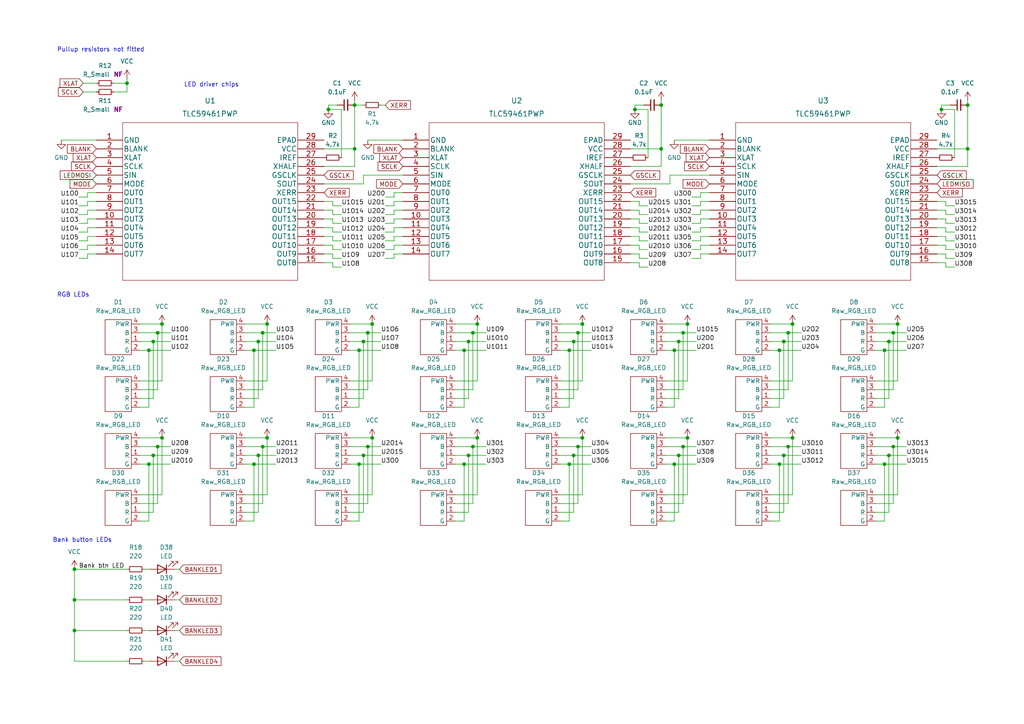
<source format=kicad_sch>
(kicad_sch (version 20230121) (generator eeschema)
  (paper "A4")
  (lib_symbols
    (symbol "Device:C_Small" (pin_numbers hide) (pin_names (offset 0.254) hide)
      (property "Reference" "C" (at 0.254 1.778 0))
      (property "Value" "C_Small" (at 0.254 -2.032 0))
      (symbol "C_Small_1_1"
        (pin passive line (at 0 2.54 270) (length 2.032) (name "~") (number "1"))
        (pin passive line (at 0 -2.54 90) (length 2.032) (name "~") (number "2"))
      )
    )
    (symbol "Device:LED" (pin_numbers hide) (pin_names (offset 1.016) hide)
      (property "Reference" "D" (at 0 2.54 0))
      (property "Value" "LED" (at 0 -2.54 0))
      (symbol "LED_1_1"
        (pin passive line (at -3.81 0 0) (length 2.54) (name "K") (number "1"))
        (pin passive line (at 3.81 0 180) (length 2.54) (name "A") (number "2"))
      )
    )
    (symbol "Device:R_Small" (pin_numbers hide) (pin_names (offset 0.254) hide)
      (property "Reference" "R" (at 0.762 0.508 0))
      (property "Value" "R_Small" (at 0.762 -1.016 0))
      (symbol "R_Small_1_1"
        (pin passive line (at 0 2.54 270) (length 0.762) (name "~") (number "1"))
        (pin passive line (at 0 -2.54 90) (length 0.762) (name "~") (number "2"))
      )
    )
    (symbol "GND_1" (power) (pin_names (offset 0))
      (property "Value" "GND_1" (at 0 -3.81 0))
      (symbol "GND_1_1_1"
        (pin power_in line (at 0 0 270) (length 0) hide (name "GND") (number "1"))
      )
    )
    (symbol "GND_2" (power) (pin_names (offset 0))
      (property "Value" "GND_2" (at 0 -3.81 0))
      (symbol "GND_2_1_1"
        (pin power_in line (at 0 0 270) (length 0) hide (name "GND") (number "1"))
      )
    )
    (symbol "GND_3" (power) (pin_names (offset 0))
      (property "Value" "GND_3" (at 0 -3.81 0))
      (symbol "GND_3_1_1"
        (pin power_in line (at 0 0 270) (length 0) hide (name "GND") (number "1"))
      )
    )
    (symbol "GND_4" (power) (pin_names (offset 0))
      (property "Value" "GND_4" (at 0 -3.81 0))
      (symbol "GND_4_1_1"
        (pin power_in line (at 0 0 270) (length 0) hide (name "GND") (number "1"))
      )
    )
    (symbol "GND_5" (power) (pin_names (offset 0))
      (property "Value" "GND_5" (at 0 -3.81 0))
      (symbol "GND_5_1_1"
        (pin power_in line (at 0 0 270) (length 0) hide (name "GND") (number "1"))
      )
    )
    (symbol "Raw_RGB_LED_1"
      (property "Reference" "D?" (at 0 6.35 0))
      (property "Value" "Raw_RGB_LED_1" (at 0 8.89 0))
      (symbol "Raw_RGB_LED_1_1_1"
        (pin input line (at 6.35 -1.27 180) (length 2.54) (name "R") (number "1"))
        (pin input line (at 6.35 -3.81 180) (length 2.54) (name "G") (number "2"))
        (pin input line (at 6.35 1.27 180) (length 2.54) (name "B") (number "3"))
        (pin input line (at 6.35 3.81 180) (length 2.54) (name "PWR") (number "4"))
      )
    )
    (symbol "Raw_RGB_LED_10"
      (property "Reference" "D?" (at 0 6.35 0))
      (property "Value" "Raw_RGB_LED_10" (at 0 8.89 0))
      (symbol "Raw_RGB_LED_10_1_1"
        (pin input line (at 6.35 -1.27 180) (length 2.54) (name "R") (number "1"))
        (pin input line (at 6.35 -3.81 180) (length 2.54) (name "G") (number "2"))
        (pin input line (at 6.35 1.27 180) (length 2.54) (name "B") (number "3"))
        (pin input line (at 6.35 3.81 180) (length 2.54) (name "PWR") (number "4"))
      )
    )
    (symbol "Raw_RGB_LED_11"
      (property "Reference" "D?" (at 0 6.35 0))
      (property "Value" "Raw_RGB_LED_11" (at 0 8.89 0))
      (symbol "Raw_RGB_LED_11_1_1"
        (pin input line (at 6.35 -1.27 180) (length 2.54) (name "R") (number "1"))
        (pin input line (at 6.35 -3.81 180) (length 2.54) (name "G") (number "2"))
        (pin input line (at 6.35 1.27 180) (length 2.54) (name "B") (number "3"))
        (pin input line (at 6.35 3.81 180) (length 2.54) (name "PWR") (number "4"))
      )
    )
    (symbol "Raw_RGB_LED_12"
      (property "Reference" "D?" (at 0 6.35 0))
      (property "Value" "Raw_RGB_LED_12" (at 0 8.89 0))
      (symbol "Raw_RGB_LED_12_1_1"
        (pin input line (at 6.35 -1.27 180) (length 2.54) (name "R") (number "1"))
        (pin input line (at 6.35 -3.81 180) (length 2.54) (name "G") (number "2"))
        (pin input line (at 6.35 1.27 180) (length 2.54) (name "B") (number "3"))
        (pin input line (at 6.35 3.81 180) (length 2.54) (name "PWR") (number "4"))
      )
    )
    (symbol "Raw_RGB_LED_13"
      (property "Reference" "D?" (at 0 6.35 0))
      (property "Value" "Raw_RGB_LED_13" (at 0 8.89 0))
      (symbol "Raw_RGB_LED_13_1_1"
        (pin input line (at 6.35 -1.27 180) (length 2.54) (name "R") (number "1"))
        (pin input line (at 6.35 -3.81 180) (length 2.54) (name "G") (number "2"))
        (pin input line (at 6.35 1.27 180) (length 2.54) (name "B") (number "3"))
        (pin input line (at 6.35 3.81 180) (length 2.54) (name "PWR") (number "4"))
      )
    )
    (symbol "Raw_RGB_LED_14"
      (property "Reference" "D?" (at 0 6.35 0))
      (property "Value" "Raw_RGB_LED_14" (at 0 8.89 0))
      (symbol "Raw_RGB_LED_14_1_1"
        (pin input line (at 6.35 -1.27 180) (length 2.54) (name "R") (number "1"))
        (pin input line (at 6.35 -3.81 180) (length 2.54) (name "G") (number "2"))
        (pin input line (at 6.35 1.27 180) (length 2.54) (name "B") (number "3"))
        (pin input line (at 6.35 3.81 180) (length 2.54) (name "PWR") (number "4"))
      )
    )
    (symbol "Raw_RGB_LED_15"
      (property "Reference" "D?" (at 0 6.35 0))
      (property "Value" "Raw_RGB_LED_15" (at 0 8.89 0))
      (symbol "Raw_RGB_LED_15_1_1"
        (pin input line (at 6.35 -1.27 180) (length 2.54) (name "R") (number "1"))
        (pin input line (at 6.35 -3.81 180) (length 2.54) (name "G") (number "2"))
        (pin input line (at 6.35 1.27 180) (length 2.54) (name "B") (number "3"))
        (pin input line (at 6.35 3.81 180) (length 2.54) (name "PWR") (number "4"))
      )
    )
    (symbol "Raw_RGB_LED_16"
      (property "Reference" "D?" (at 0 6.35 0))
      (property "Value" "Raw_RGB_LED_16" (at 0 8.89 0))
      (symbol "Raw_RGB_LED_16_1_1"
        (pin input line (at 6.35 -1.27 180) (length 2.54) (name "R") (number "1"))
        (pin input line (at 6.35 -3.81 180) (length 2.54) (name "G") (number "2"))
        (pin input line (at 6.35 1.27 180) (length 2.54) (name "B") (number "3"))
        (pin input line (at 6.35 3.81 180) (length 2.54) (name "PWR") (number "4"))
      )
    )
    (symbol "Raw_RGB_LED_17"
      (property "Reference" "D?" (at 0 6.35 0))
      (property "Value" "Raw_RGB_LED_17" (at 0 8.89 0))
      (symbol "Raw_RGB_LED_17_1_1"
        (pin input line (at 6.35 -1.27 180) (length 2.54) (name "R") (number "1"))
        (pin input line (at 6.35 -3.81 180) (length 2.54) (name "G") (number "2"))
        (pin input line (at 6.35 1.27 180) (length 2.54) (name "B") (number "3"))
        (pin input line (at 6.35 3.81 180) (length 2.54) (name "PWR") (number "4"))
      )
    )
    (symbol "Raw_RGB_LED_18"
      (property "Reference" "D?" (at 0 6.35 0))
      (property "Value" "Raw_RGB_LED_18" (at 0 8.89 0))
      (symbol "Raw_RGB_LED_18_1_1"
        (pin input line (at 6.35 -1.27 180) (length 2.54) (name "R") (number "1"))
        (pin input line (at 6.35 -3.81 180) (length 2.54) (name "G") (number "2"))
        (pin input line (at 6.35 1.27 180) (length 2.54) (name "B") (number "3"))
        (pin input line (at 6.35 3.81 180) (length 2.54) (name "PWR") (number "4"))
      )
    )
    (symbol "Raw_RGB_LED_19"
      (property "Reference" "D?" (at 0 6.35 0))
      (property "Value" "Raw_RGB_LED_19" (at 0 8.89 0))
      (symbol "Raw_RGB_LED_19_1_1"
        (pin input line (at 6.35 -1.27 180) (length 2.54) (name "R") (number "1"))
        (pin input line (at 6.35 -3.81 180) (length 2.54) (name "G") (number "2"))
        (pin input line (at 6.35 1.27 180) (length 2.54) (name "B") (number "3"))
        (pin input line (at 6.35 3.81 180) (length 2.54) (name "PWR") (number "4"))
      )
    )
    (symbol "Raw_RGB_LED_2"
      (property "Reference" "D?" (at 0 6.35 0))
      (property "Value" "Raw_RGB_LED_2" (at 0 8.89 0))
      (symbol "Raw_RGB_LED_2_1_1"
        (pin input line (at 6.35 -1.27 180) (length 2.54) (name "R") (number "1"))
        (pin input line (at 6.35 -3.81 180) (length 2.54) (name "G") (number "2"))
        (pin input line (at 6.35 1.27 180) (length 2.54) (name "B") (number "3"))
        (pin input line (at 6.35 3.81 180) (length 2.54) (name "PWR") (number "4"))
      )
    )
    (symbol "Raw_RGB_LED_20"
      (property "Reference" "D?" (at 0 6.35 0))
      (property "Value" "Raw_RGB_LED_20" (at 0 8.89 0))
      (symbol "Raw_RGB_LED_20_1_1"
        (pin input line (at 6.35 -1.27 180) (length 2.54) (name "R") (number "1"))
        (pin input line (at 6.35 -3.81 180) (length 2.54) (name "G") (number "2"))
        (pin input line (at 6.35 1.27 180) (length 2.54) (name "B") (number "3"))
        (pin input line (at 6.35 3.81 180) (length 2.54) (name "PWR") (number "4"))
      )
    )
    (symbol "Raw_RGB_LED_21"
      (property "Reference" "D?" (at 0 6.35 0))
      (property "Value" "Raw_RGB_LED_21" (at 0 8.89 0))
      (symbol "Raw_RGB_LED_21_1_1"
        (pin input line (at 6.35 -1.27 180) (length 2.54) (name "R") (number "1"))
        (pin input line (at 6.35 -3.81 180) (length 2.54) (name "G") (number "2"))
        (pin input line (at 6.35 1.27 180) (length 2.54) (name "B") (number "3"))
        (pin input line (at 6.35 3.81 180) (length 2.54) (name "PWR") (number "4"))
      )
    )
    (symbol "Raw_RGB_LED_22"
      (property "Reference" "D?" (at 0 6.35 0))
      (property "Value" "Raw_RGB_LED_22" (at 0 8.89 0))
      (symbol "Raw_RGB_LED_22_1_1"
        (pin input line (at 6.35 -1.27 180) (length 2.54) (name "R") (number "1"))
        (pin input line (at 6.35 -3.81 180) (length 2.54) (name "G") (number "2"))
        (pin input line (at 6.35 1.27 180) (length 2.54) (name "B") (number "3"))
        (pin input line (at 6.35 3.81 180) (length 2.54) (name "PWR") (number "4"))
      )
    )
    (symbol "Raw_RGB_LED_23"
      (property "Reference" "D?" (at 0 6.35 0))
      (property "Value" "Raw_RGB_LED_23" (at 0 8.89 0))
      (symbol "Raw_RGB_LED_23_1_1"
        (pin input line (at 6.35 -1.27 180) (length 2.54) (name "R") (number "1"))
        (pin input line (at 6.35 -3.81 180) (length 2.54) (name "G") (number "2"))
        (pin input line (at 6.35 1.27 180) (length 2.54) (name "B") (number "3"))
        (pin input line (at 6.35 3.81 180) (length 2.54) (name "PWR") (number "4"))
      )
    )
    (symbol "Raw_RGB_LED_24"
      (property "Reference" "D?" (at 0 6.35 0))
      (property "Value" "Raw_RGB_LED_24" (at 0 8.89 0))
      (symbol "Raw_RGB_LED_24_1_1"
        (pin input line (at 6.35 -1.27 180) (length 2.54) (name "R") (number "1"))
        (pin input line (at 6.35 -3.81 180) (length 2.54) (name "G") (number "2"))
        (pin input line (at 6.35 1.27 180) (length 2.54) (name "B") (number "3"))
        (pin input line (at 6.35 3.81 180) (length 2.54) (name "PWR") (number "4"))
      )
    )
    (symbol "Raw_RGB_LED_25"
      (property "Reference" "D?" (at 0 6.35 0))
      (property "Value" "Raw_RGB_LED_25" (at 0 8.89 0))
      (symbol "Raw_RGB_LED_25_1_1"
        (pin input line (at 6.35 -1.27 180) (length 2.54) (name "R") (number "1"))
        (pin input line (at 6.35 -3.81 180) (length 2.54) (name "G") (number "2"))
        (pin input line (at 6.35 1.27 180) (length 2.54) (name "B") (number "3"))
        (pin input line (at 6.35 3.81 180) (length 2.54) (name "PWR") (number "4"))
      )
    )
    (symbol "Raw_RGB_LED_26"
      (property "Reference" "D?" (at 0 6.35 0))
      (property "Value" "Raw_RGB_LED_26" (at 0 8.89 0))
      (symbol "Raw_RGB_LED_26_1_1"
        (pin input line (at 6.35 -1.27 180) (length 2.54) (name "R") (number "1"))
        (pin input line (at 6.35 -3.81 180) (length 2.54) (name "G") (number "2"))
        (pin input line (at 6.35 1.27 180) (length 2.54) (name "B") (number "3"))
        (pin input line (at 6.35 3.81 180) (length 2.54) (name "PWR") (number "4"))
      )
    )
    (symbol "Raw_RGB_LED_27"
      (property "Reference" "D?" (at 0 6.35 0))
      (property "Value" "Raw_RGB_LED_27" (at 0 8.89 0))
      (symbol "Raw_RGB_LED_27_1_1"
        (pin input line (at 6.35 -1.27 180) (length 2.54) (name "R") (number "1"))
        (pin input line (at 6.35 -3.81 180) (length 2.54) (name "G") (number "2"))
        (pin input line (at 6.35 1.27 180) (length 2.54) (name "B") (number "3"))
        (pin input line (at 6.35 3.81 180) (length 2.54) (name "PWR") (number "4"))
      )
    )
    (symbol "Raw_RGB_LED_28"
      (property "Reference" "D?" (at 0 6.35 0))
      (property "Value" "Raw_RGB_LED_28" (at 0 8.89 0))
      (symbol "Raw_RGB_LED_28_1_1"
        (pin input line (at 6.35 -1.27 180) (length 2.54) (name "R") (number "1"))
        (pin input line (at 6.35 -3.81 180) (length 2.54) (name "G") (number "2"))
        (pin input line (at 6.35 1.27 180) (length 2.54) (name "B") (number "3"))
        (pin input line (at 6.35 3.81 180) (length 2.54) (name "PWR") (number "4"))
      )
    )
    (symbol "Raw_RGB_LED_29"
      (property "Reference" "D?" (at 0 6.35 0))
      (property "Value" "Raw_RGB_LED_29" (at 0 8.89 0))
      (symbol "Raw_RGB_LED_29_1_1"
        (pin input line (at 6.35 -1.27 180) (length 2.54) (name "R") (number "1"))
        (pin input line (at 6.35 -3.81 180) (length 2.54) (name "G") (number "2"))
        (pin input line (at 6.35 1.27 180) (length 2.54) (name "B") (number "3"))
        (pin input line (at 6.35 3.81 180) (length 2.54) (name "PWR") (number "4"))
      )
    )
    (symbol "Raw_RGB_LED_3"
      (property "Reference" "D?" (at 0 6.35 0))
      (property "Value" "Raw_RGB_LED_3" (at 0 8.89 0))
      (symbol "Raw_RGB_LED_3_1_1"
        (pin input line (at 6.35 -1.27 180) (length 2.54) (name "R") (number "1"))
        (pin input line (at 6.35 -3.81 180) (length 2.54) (name "G") (number "2"))
        (pin input line (at 6.35 1.27 180) (length 2.54) (name "B") (number "3"))
        (pin input line (at 6.35 3.81 180) (length 2.54) (name "PWR") (number "4"))
      )
    )
    (symbol "Raw_RGB_LED_30"
      (property "Reference" "D?" (at 0 6.35 0))
      (property "Value" "Raw_RGB_LED_30" (at 0 8.89 0))
      (symbol "Raw_RGB_LED_30_1_1"
        (pin input line (at 6.35 -1.27 180) (length 2.54) (name "R") (number "1"))
        (pin input line (at 6.35 -3.81 180) (length 2.54) (name "G") (number "2"))
        (pin input line (at 6.35 1.27 180) (length 2.54) (name "B") (number "3"))
        (pin input line (at 6.35 3.81 180) (length 2.54) (name "PWR") (number "4"))
      )
    )
    (symbol "Raw_RGB_LED_31"
      (property "Reference" "D?" (at 0 6.35 0))
      (property "Value" "Raw_RGB_LED_31" (at 0 8.89 0))
      (symbol "Raw_RGB_LED_31_1_1"
        (pin input line (at 6.35 -1.27 180) (length 2.54) (name "R") (number "1"))
        (pin input line (at 6.35 -3.81 180) (length 2.54) (name "G") (number "2"))
        (pin input line (at 6.35 1.27 180) (length 2.54) (name "B") (number "3"))
        (pin input line (at 6.35 3.81 180) (length 2.54) (name "PWR") (number "4"))
      )
    )
    (symbol "Raw_RGB_LED_4"
      (property "Reference" "D?" (at 0 6.35 0))
      (property "Value" "Raw_RGB_LED_4" (at 0 8.89 0))
      (symbol "Raw_RGB_LED_4_1_1"
        (pin input line (at 6.35 -1.27 180) (length 2.54) (name "R") (number "1"))
        (pin input line (at 6.35 -3.81 180) (length 2.54) (name "G") (number "2"))
        (pin input line (at 6.35 1.27 180) (length 2.54) (name "B") (number "3"))
        (pin input line (at 6.35 3.81 180) (length 2.54) (name "PWR") (number "4"))
      )
    )
    (symbol "Raw_RGB_LED_5"
      (property "Reference" "D?" (at 0 6.35 0))
      (property "Value" "Raw_RGB_LED_5" (at 0 8.89 0))
      (symbol "Raw_RGB_LED_5_1_1"
        (pin input line (at 6.35 -1.27 180) (length 2.54) (name "R") (number "1"))
        (pin input line (at 6.35 -3.81 180) (length 2.54) (name "G") (number "2"))
        (pin input line (at 6.35 1.27 180) (length 2.54) (name "B") (number "3"))
        (pin input line (at 6.35 3.81 180) (length 2.54) (name "PWR") (number "4"))
      )
    )
    (symbol "Raw_RGB_LED_6"
      (property "Reference" "D?" (at 0 6.35 0))
      (property "Value" "Raw_RGB_LED_6" (at 0 8.89 0))
      (symbol "Raw_RGB_LED_6_1_1"
        (pin input line (at 6.35 -1.27 180) (length 2.54) (name "R") (number "1"))
        (pin input line (at 6.35 -3.81 180) (length 2.54) (name "G") (number "2"))
        (pin input line (at 6.35 1.27 180) (length 2.54) (name "B") (number "3"))
        (pin input line (at 6.35 3.81 180) (length 2.54) (name "PWR") (number "4"))
      )
    )
    (symbol "Raw_RGB_LED_7"
      (property "Reference" "D?" (at 0 6.35 0))
      (property "Value" "Raw_RGB_LED_7" (at 0 8.89 0))
      (symbol "Raw_RGB_LED_7_1_1"
        (pin input line (at 6.35 -1.27 180) (length 2.54) (name "R") (number "1"))
        (pin input line (at 6.35 -3.81 180) (length 2.54) (name "G") (number "2"))
        (pin input line (at 6.35 1.27 180) (length 2.54) (name "B") (number "3"))
        (pin input line (at 6.35 3.81 180) (length 2.54) (name "PWR") (number "4"))
      )
    )
    (symbol "Raw_RGB_LED_8"
      (property "Reference" "D?" (at 0 6.35 0))
      (property "Value" "Raw_RGB_LED_8" (at 0 8.89 0))
      (symbol "Raw_RGB_LED_8_1_1"
        (pin input line (at 6.35 -1.27 180) (length 2.54) (name "R") (number "1"))
        (pin input line (at 6.35 -3.81 180) (length 2.54) (name "G") (number "2"))
        (pin input line (at 6.35 1.27 180) (length 2.54) (name "B") (number "3"))
        (pin input line (at 6.35 3.81 180) (length 2.54) (name "PWR") (number "4"))
      )
    )
    (symbol "Raw_RGB_LED_9"
      (property "Reference" "D?" (at 0 6.35 0))
      (property "Value" "Raw_RGB_LED_9" (at 0 8.89 0))
      (symbol "Raw_RGB_LED_9_1_1"
        (pin input line (at 6.35 -1.27 180) (length 2.54) (name "R") (number "1"))
        (pin input line (at 6.35 -3.81 180) (length 2.54) (name "G") (number "2"))
        (pin input line (at 6.35 1.27 180) (length 2.54) (name "B") (number "3"))
        (pin input line (at 6.35 3.81 180) (length 2.54) (name "PWR") (number "4"))
      )
    )
    (symbol "TLC59461PWP:TLC59461PWP" (pin_names (offset 0.254))
      (property "Reference" "U" (at 33.02 10.16 0))
      (property "Value" "TLC59461PWP" (at 33.02 7.62 0))
      (symbol "TLC59461PWP_1_1"
        (pin power_in line (at 0 0 0) (length 7.62) (name "GND") (number "1"))
        (pin output line (at 0 -22.86 0) (length 7.62) (name "OUT3") (number "10"))
        (pin output line (at 0 -25.4 0) (length 7.62) (name "OUT4") (number "11"))
        (pin output line (at 0 -27.94 0) (length 7.62) (name "OUT5") (number "12"))
        (pin output line (at 0 -30.48 0) (length 7.62) (name "OUT6") (number "13"))
        (pin output line (at 0 -33.02 0) (length 7.62) (name "OUT7") (number "14"))
        (pin output line (at 66.04 -35.56 180) (length 7.62) (name "OUT8") (number "15"))
        (pin output line (at 66.04 -33.02 180) (length 7.62) (name "OUT9") (number "16"))
        (pin output line (at 66.04 -30.48 180) (length 7.62) (name "OUT10") (number "17"))
        (pin output line (at 66.04 -27.94 180) (length 7.62) (name "OUT11") (number "18"))
        (pin output line (at 66.04 -25.4 180) (length 7.62) (name "OUT12") (number "19"))
        (pin input line (at 0 -2.54 0) (length 7.62) (name "BLANK") (number "2"))
        (pin output line (at 66.04 -22.86 180) (length 7.62) (name "OUT13") (number "20"))
        (pin output line (at 66.04 -20.32 180) (length 7.62) (name "OUT14") (number "21"))
        (pin output line (at 66.04 -17.78 180) (length 7.62) (name "OUT15") (number "22"))
        (pin output line (at 66.04 -15.24 180) (length 7.62) (name "XERR") (number "23"))
        (pin output line (at 66.04 -12.7 180) (length 7.62) (name "SOUT") (number "24"))
        (pin input line (at 66.04 -10.16 180) (length 7.62) (name "GSCLK") (number "25"))
        (pin input line (at 66.04 -7.62 180) (length 7.62) (name "XHALF") (number "26"))
        (pin bidirectional line (at 66.04 -5.08 180) (length 7.62) (name "IREF") (number "27"))
        (pin power_in line (at 66.04 -2.54 180) (length 7.62) (name "VCC") (number "28"))
        (pin unspecified line (at 66.04 0 180) (length 7.62) (name "EPAD") (number "29"))
        (pin input line (at 0 -5.08 0) (length 7.62) (name "XLAT") (number "3"))
        (pin input line (at 0 -7.62 0) (length 7.62) (name "SCLK") (number "4"))
        (pin input line (at 0 -10.16 0) (length 7.62) (name "SIN") (number "5"))
        (pin input line (at 0 -12.7 0) (length 7.62) (name "MODE") (number "6"))
        (pin output line (at 0 -15.24 0) (length 7.62) (name "OUT0") (number "7"))
        (pin output line (at 0 -17.78 0) (length 7.62) (name "OUT1") (number "8"))
        (pin output line (at 0 -20.32 0) (length 7.62) (name "OUT2") (number "9"))
      )
    )
    (symbol "VCC_1" (power) (pin_names (offset 0))
      (property "Value" "VCC_1" (at 0 3.81 0))
      (symbol "VCC_1_1_1"
        (pin power_in line (at 0 0 90) (length 0) hide (name "VCC") (number "1"))
      )
    )
    (symbol "VCC_10" (power) (pin_names (offset 0))
      (property "Value" "VCC_10" (at 0 3.81 0))
      (symbol "VCC_10_1_1"
        (pin power_in line (at 0 0 90) (length 0) hide (name "VCC") (number "1"))
      )
    )
    (symbol "VCC_11" (power) (pin_names (offset 0))
      (property "Value" "VCC_11" (at 0 3.81 0))
      (symbol "VCC_11_1_1"
        (pin power_in line (at 0 0 90) (length 0) hide (name "VCC") (number "1"))
      )
    )
    (symbol "VCC_12" (power) (pin_names (offset 0))
      (property "Value" "VCC_12" (at 0 3.81 0))
      (symbol "VCC_12_1_1"
        (pin power_in line (at 0 0 90) (length 0) hide (name "VCC") (number "1"))
      )
    )
    (symbol "VCC_13" (power) (pin_names (offset 0))
      (property "Value" "VCC_13" (at 0 3.81 0))
      (symbol "VCC_13_1_1"
        (pin power_in line (at 0 0 90) (length 0) hide (name "VCC") (number "1"))
      )
    )
    (symbol "VCC_14" (power) (pin_names (offset 0))
      (property "Value" "VCC_14" (at 0 3.81 0))
      (symbol "VCC_14_1_1"
        (pin power_in line (at 0 0 90) (length 0) hide (name "VCC") (number "1"))
      )
    )
    (symbol "VCC_15" (power) (pin_names (offset 0))
      (property "Value" "VCC_15" (at 0 3.81 0))
      (symbol "VCC_15_1_1"
        (pin power_in line (at 0 0 90) (length 0) hide (name "VCC") (number "1"))
      )
    )
    (symbol "VCC_16" (power) (pin_names (offset 0))
      (property "Value" "VCC_16" (at 0 3.81 0))
      (symbol "VCC_16_1_1"
        (pin power_in line (at 0 0 90) (length 0) hide (name "VCC") (number "1"))
      )
    )
    (symbol "VCC_17" (power) (pin_names (offset 0))
      (property "Value" "VCC_17" (at 0 3.81 0))
      (symbol "VCC_17_1_1"
        (pin power_in line (at 0 0 90) (length 0) hide (name "VCC") (number "1"))
      )
    )
    (symbol "VCC_18" (power) (pin_names (offset 0))
      (property "Value" "VCC_18" (at 0 3.81 0))
      (symbol "VCC_18_1_1"
        (pin power_in line (at 0 0 90) (length 0) hide (name "VCC") (number "1"))
      )
    )
    (symbol "VCC_19" (power) (pin_names (offset 0))
      (property "Value" "VCC_19" (at 0 3.81 0))
      (symbol "VCC_19_1_1"
        (pin power_in line (at 0 0 90) (length 0) hide (name "VCC") (number "1"))
      )
    )
    (symbol "VCC_2" (power) (pin_names (offset 0))
      (property "Value" "VCC_2" (at 0 3.81 0))
      (symbol "VCC_2_1_1"
        (pin power_in line (at 0 0 90) (length 0) hide (name "VCC") (number "1"))
      )
    )
    (symbol "VCC_20" (power) (pin_names (offset 0))
      (property "Value" "VCC_20" (at 0 3.81 0))
      (symbol "VCC_20_1_1"
        (pin power_in line (at 0 0 90) (length 0) hide (name "VCC") (number "1"))
      )
    )
    (symbol "VCC_3" (power) (pin_names (offset 0))
      (property "Value" "VCC_3" (at 0 3.81 0))
      (symbol "VCC_3_1_1"
        (pin power_in line (at 0 0 90) (length 0) hide (name "VCC") (number "1"))
      )
    )
    (symbol "VCC_4" (power) (pin_names (offset 0))
      (property "Value" "VCC_4" (at 0 3.81 0))
      (symbol "VCC_4_1_1"
        (pin power_in line (at 0 0 90) (length 0) hide (name "VCC") (number "1"))
      )
    )
    (symbol "VCC_5" (power) (pin_names (offset 0))
      (property "Value" "VCC_5" (at 0 3.81 0))
      (symbol "VCC_5_1_1"
        (pin power_in line (at 0 0 90) (length 0) hide (name "VCC") (number "1"))
      )
    )
    (symbol "VCC_6" (power) (pin_names (offset 0))
      (property "Value" "VCC_6" (at 0 3.81 0))
      (symbol "VCC_6_1_1"
        (pin power_in line (at 0 0 90) (length 0) hide (name "VCC") (number "1"))
      )
    )
    (symbol "VCC_7" (power) (pin_names (offset 0))
      (property "Value" "VCC_7" (at 0 3.81 0))
      (symbol "VCC_7_1_1"
        (pin power_in line (at 0 0 90) (length 0) hide (name "VCC") (number "1"))
      )
    )
    (symbol "VCC_8" (power) (pin_names (offset 0))
      (property "Value" "VCC_8" (at 0 3.81 0))
      (symbol "VCC_8_1_1"
        (pin power_in line (at 0 0 90) (length 0) hide (name "VCC") (number "1"))
      )
    )
    (symbol "VCC_9" (power) (pin_names (offset 0))
      (property "Value" "VCC_9" (at 0 3.81 0))
      (symbol "VCC_9_1_1"
        (pin power_in line (at 0 0 90) (length 0) hide (name "VCC") (number "1"))
      )
    )
    (symbol "assets:Raw_RGB_LED"
      (property "Reference" "D?" (at 0 6.35 0))
      (property "Value" "Raw_RGB_LED" (at 0 8.89 0))
      (symbol "Raw_RGB_LED_1_1"
        (pin input line (at 6.35 -1.27 180) (length 2.54) (name "R") (number "1"))
        (pin input line (at 6.35 -3.81 180) (length 2.54) (name "G") (number "2"))
        (pin input line (at 6.35 1.27 180) (length 2.54) (name "B") (number "3"))
        (pin input line (at 6.35 3.81 180) (length 2.54) (name "PWR") (number "4"))
      )
    )
    (symbol "power:GND" (power) (pin_names (offset 0))
      (property "Value" "GND" (at 0 -3.81 0))
      (symbol "GND_1_1"
        (pin power_in line (at 0 0 270) (length 0) hide (name "GND") (number "1"))
      )
    )
    (symbol "power:VCC" (power) (pin_names (offset 0))
      (property "Value" "VCC" (at 0 3.81 0))
      (symbol "VCC_1_1"
        (pin power_in line (at 0 0 90) (length 0) hide (name "VCC") (number "1"))
      )
    )
  )
  (junction (at 228.6 96.52))
  (junction (at 44.45 99.06))
  (junction (at 21.59 182.88))
  (junction (at 74.93 132.08))
  (junction (at 107.95 127))
  (junction (at 167.64 129.54))
  (junction (at 138.43 127))
  (junction (at 229.87 127))
  (junction (at 280.67 30.48))
  (junction (at 280.67 43.18))
  (junction (at 21.59 165.1))
  (junction (at 226.06 101.6))
  (junction (at 134.62 101.6))
  (junction (at 191.77 43.18))
  (junction (at 166.37 132.08))
  (junction (at 102.87 43.18))
  (junction (at 104.14 101.6))
  (junction (at 198.12 129.54))
  (junction (at 74.93 99.06))
  (junction (at 21.59 173.99))
  (junction (at 106.68 96.52))
  (junction (at 166.37 99.06))
  (junction (at 227.33 99.06))
  (junction (at 165.1 101.6))
  (junction (at 76.2 96.52))
  (junction (at 199.39 93.98))
  (junction (at 36.83 24.13))
  (junction (at 257.81 99.06))
  (junction (at 196.85 99.06))
  (junction (at 260.35 93.98))
  (junction (at 44.45 132.08))
  (junction (at 135.89 132.08))
  (junction (at 134.62 134.62))
  (junction (at 135.89 99.06))
  (junction (at 105.41 99.06))
  (junction (at 191.77 30.48))
  (junction (at 77.47 127))
  (junction (at 45.72 129.54))
  (junction (at 257.81 132.08))
  (junction (at 73.66 101.6))
  (junction (at 46.99 93.98))
  (junction (at 165.1 134.62))
  (junction (at 195.58 101.6))
  (junction (at 138.43 93.98))
  (junction (at 259.08 129.54))
  (junction (at 226.06 134.62))
  (junction (at 273.05 31.75))
  (junction (at 168.91 127))
  (junction (at 104.14 134.62))
  (junction (at 45.72 96.52))
  (junction (at 184.15 31.75))
  (junction (at 195.58 134.62))
  (junction (at 260.35 127))
  (junction (at 199.39 127))
  (junction (at 43.18 101.6))
  (junction (at 102.87 30.48))
  (junction (at 106.68 129.54))
  (junction (at 73.66 134.62))
  (junction (at 137.16 96.52))
  (junction (at 137.16 129.54))
  (junction (at 256.54 134.62))
  (junction (at 167.64 96.52))
  (junction (at 95.25 31.75))
  (junction (at 105.41 132.08))
  (junction (at 229.87 93.98))
  (junction (at 77.47 93.98))
  (junction (at 43.18 134.62))
  (junction (at 168.91 93.98))
  (junction (at 196.85 132.08))
  (junction (at 46.99 127))
  (junction (at 76.2 129.54))
  (junction (at 107.95 93.98))
  (junction (at 228.6 129.54))
  (junction (at 259.08 96.52))
  (junction (at 198.12 96.52))
  (junction (at 256.54 101.6))
  (junction (at 227.33 132.08))
  (wire (pts (xy 25.4 62.23) (xy 25.4 60.96)))
  (wire (pts (xy 44.45 132.08) (xy 44.45 148.59)))
  (wire (pts (xy 228.6 146.05) (xy 223.52 146.05)))
  (wire (pts (xy 228.6 129.54) (xy 228.6 146.05)))
  (wire (pts (xy 194.31 50.8) (xy 205.74 50.8)))
  (wire (pts (xy 104.14 101.6) (xy 110.49 101.6)))
  (wire (pts (xy 276.86 45.72) (xy 276.86 31.75)))
  (wire (pts (xy 132.08 99.06) (xy 135.89 99.06)))
  (wire (pts (xy 168.91 143.51) (xy 162.56 143.51)))
  (wire (pts (xy 182.88 68.58) (xy 185.42 68.58)))
  (wire (pts (xy 167.64 129.54) (xy 171.45 129.54)))
  (wire (pts (xy 40.64 129.54) (xy 45.72 129.54)))
  (wire (pts (xy 274.32 64.77) (xy 276.86 64.77)))
  (wire (pts (xy 135.89 148.59) (xy 132.08 148.59)))
  (wire (pts (xy 227.33 99.06) (xy 232.41 99.06)))
  (wire (pts (xy 226.06 101.6) (xy 226.06 118.11)))
  (wire (pts (xy 257.81 148.59) (xy 254 148.59)))
  (wire (pts (xy 46.99 93.98) (xy 46.99 110.49)))
  (wire (pts (xy 195.58 118.11) (xy 193.04 118.11)))
  (wire (pts (xy 114.3 64.77) (xy 114.3 63.5)))
  (wire (pts (xy 182.88 63.5) (xy 185.42 63.5)))
  (wire (pts (xy 76.2 96.52) (xy 80.01 96.52)))
  (wire (pts (xy 74.93 99.06) (xy 74.93 115.57)))
  (wire (pts (xy 273.05 30.48) (xy 273.05 31.75)))
  (wire (pts (xy 132.08 101.6) (xy 134.62 101.6)))
  (wire (pts (xy 185.42 59.69) (xy 187.96 59.69)))
  (wire (pts (xy 106.68 96.52) (xy 106.68 113.03)))
  (wire (pts (xy 93.98 58.42) (xy 96.52 58.42)))
  (wire (pts (xy 198.12 96.52) (xy 201.93 96.52)))
  (wire (pts (xy 105.41 115.57) (xy 101.6 115.57)))
  (wire (pts (xy 185.42 77.47) (xy 187.96 77.47)))
  (wire (pts (xy 93.98 43.18) (xy 102.87 43.18)))
  (wire (pts (xy 271.78 60.96) (xy 274.32 60.96)))
  (wire (pts (xy 111.76 57.15) (xy 114.3 57.15)))
  (wire (pts (xy 203.2 73.66) (xy 205.74 73.66)))
  (wire (pts (xy 36.83 22.86) (xy 36.83 24.13)))
  (wire (pts (xy 114.3 73.66) (xy 116.84 73.66)))
  (wire (pts (xy 259.08 96.52) (xy 262.89 96.52)))
  (wire (pts (xy 227.33 132.08) (xy 232.41 132.08)))
  (wire (pts (xy 167.64 129.54) (xy 167.64 146.05)))
  (wire (pts (xy 274.32 72.39) (xy 276.86 72.39)))
  (wire (pts (xy 96.52 72.39) (xy 99.06 72.39)))
  (wire (pts (xy 41.91 191.77) (xy 43.18 191.77)))
  (wire (pts (xy 182.88 60.96) (xy 185.42 60.96)))
  (wire (pts (xy 43.18 134.62) (xy 43.18 151.13)))
  (wire (pts (xy 71.12 129.54) (xy 76.2 129.54)))
  (wire (pts (xy 105.41 30.48) (xy 102.87 30.48)))
  (wire (pts (xy 254 132.08) (xy 257.81 132.08)))
  (wire (pts (xy 114.3 71.12) (xy 116.84 71.12)))
  (wire (pts (xy 203.2 62.23) (xy 203.2 60.96)))
  (wire (pts (xy 182.88 71.12) (xy 185.42 71.12)))
  (wire (pts (xy 228.6 96.52) (xy 228.6 113.03)))
  (wire (pts (xy 77.47 127) (xy 77.47 143.51)))
  (wire (pts (xy 101.6 134.62) (xy 104.14 134.62)))
  (wire (pts (xy 185.42 63.5) (xy 185.42 64.77)))
  (wire (pts (xy 223.52 93.98) (xy 229.87 93.98)))
  (wire (pts (xy 111.76 67.31) (xy 114.3 67.31)))
  (wire (pts (xy 203.2 58.42) (xy 205.74 58.42)))
  (wire (pts (xy 105.41 132.08) (xy 105.41 148.59)))
  (wire (pts (xy 271.78 63.5) (xy 274.32 63.5)))
  (wire (pts (xy 114.3 55.88) (xy 116.84 55.88)))
  (wire (pts (xy 44.45 115.57) (xy 40.64 115.57)))
  (wire (pts (xy 203.2 63.5) (xy 205.74 63.5)))
  (wire (pts (xy 200.66 64.77) (xy 203.2 64.77)))
  (wire (pts (xy 36.83 24.13) (xy 36.83 26.67)))
  (wire (pts (xy 227.33 132.08) (xy 227.33 148.59)))
  (wire (pts (xy 167.64 96.52) (xy 171.45 96.52)))
  (wire (pts (xy 280.67 29.21) (xy 280.67 30.48)))
  (wire (pts (xy 43.18 101.6) (xy 43.18 118.11)))
  (wire (pts (xy 17.78 40.64) (xy 27.94 40.64)))
  (wire (pts (xy 185.42 58.42) (xy 185.42 59.69)))
  (wire (pts (xy 137.16 113.03) (xy 132.08 113.03)))
  (wire (pts (xy 96.52 58.42) (xy 96.52 59.69)))
  (wire (pts (xy 102.87 48.26) (xy 102.87 43.18)))
  (wire (pts (xy 44.45 148.59) (xy 40.64 148.59)))
  (wire (pts (xy 203.2 67.31) (xy 203.2 66.04)))
  (wire (pts (xy 25.4 64.77) (xy 25.4 63.5)))
  (wire (pts (xy 182.88 73.66) (xy 185.42 73.66)))
  (wire (pts (xy 43.18 134.62) (xy 49.53 134.62)))
  (wire (pts (xy 165.1 101.6) (xy 165.1 118.11)))
  (wire (pts (xy 195.58 101.6) (xy 201.93 101.6)))
  (wire (pts (xy 166.37 132.08) (xy 166.37 148.59)))
  (wire (pts (xy 203.2 64.77) (xy 203.2 63.5)))
  (wire (pts (xy 44.45 132.08) (xy 49.53 132.08)))
  (wire (pts (xy 165.1 134.62) (xy 171.45 134.62)))
  (wire (pts (xy 166.37 132.08) (xy 171.45 132.08)))
  (wire (pts (xy 111.76 62.23) (xy 114.3 62.23)))
  (wire (pts (xy 274.32 66.04) (xy 274.32 67.31)))
  (wire (pts (xy 114.3 74.93) (xy 114.3 73.66)))
  (wire (pts (xy 106.68 40.64) (xy 116.84 40.64)))
  (wire (pts (xy 185.42 76.2) (xy 185.42 77.47)))
  (wire (pts (xy 104.14 101.6) (xy 104.14 118.11)))
  (wire (pts (xy 74.93 99.06) (xy 80.01 99.06)))
  (wire (pts (xy 44.45 99.06) (xy 44.45 115.57)))
  (wire (pts (xy 96.52 74.93) (xy 99.06 74.93)))
  (wire (pts (xy 198.12 113.03) (xy 193.04 113.03)))
  (wire (pts (xy 71.12 127) (xy 77.47 127)))
  (wire (pts (xy 44.45 99.06) (xy 49.53 99.06)))
  (wire (pts (xy 191.77 29.21) (xy 191.77 30.48)))
  (wire (pts (xy 104.14 134.62) (xy 110.49 134.62)))
  (wire (pts (xy 71.12 134.62) (xy 73.66 134.62)))
  (wire (pts (xy 96.52 73.66) (xy 96.52 74.93)))
  (wire (pts (xy 274.32 60.96) (xy 274.32 62.23)))
  (wire (pts (xy 76.2 129.54) (xy 80.01 129.54)))
  (wire (pts (xy 45.72 113.03) (xy 40.64 113.03)))
  (wire (pts (xy 274.32 74.93) (xy 276.86 74.93)))
  (wire (pts (xy 22.86 62.23) (xy 25.4 62.23)))
  (wire (pts (xy 93.98 53.34) (xy 105.41 53.34)))
  (wire (pts (xy 25.4 57.15) (xy 25.4 55.88)))
  (wire (pts (xy 166.37 99.06) (xy 171.45 99.06)))
  (wire (pts (xy 182.88 48.26) (xy 191.77 48.26)))
  (wire (pts (xy 203.2 74.93) (xy 203.2 73.66)))
  (wire (pts (xy 76.2 113.03) (xy 71.12 113.03)))
  (wire (pts (xy 111.76 69.85) (xy 114.3 69.85)))
  (wire (pts (xy 111.76 30.48) (xy 110.49 30.48)))
  (wire (pts (xy 25.4 60.96) (xy 27.94 60.96)))
  (wire (pts (xy 114.3 58.42) (xy 116.84 58.42)))
  (wire (pts (xy 132.08 96.52) (xy 137.16 96.52)))
  (wire (pts (xy 101.6 132.08) (xy 105.41 132.08)))
  (wire (pts (xy 228.6 129.54) (xy 232.41 129.54)))
  (wire (pts (xy 43.18 151.13) (xy 40.64 151.13)))
  (wire (pts (xy 280.67 48.26) (xy 280.67 43.18)))
  (wire (pts (xy 259.08 129.54) (xy 259.08 146.05)))
  (wire (pts (xy 165.1 101.6) (xy 171.45 101.6)))
  (wire (pts (xy 165.1 151.13) (xy 162.56 151.13)))
  (wire (pts (xy 111.76 59.69) (xy 114.3 59.69)))
  (wire (pts (xy 96.52 60.96) (xy 96.52 62.23)))
  (wire (pts (xy 114.3 72.39) (xy 114.3 71.12)))
  (wire (pts (xy 134.62 134.62) (xy 140.97 134.62)))
  (wire (pts (xy 193.04 134.62) (xy 195.58 134.62)))
  (wire (pts (xy 229.87 127) (xy 229.87 143.51)))
  (wire (pts (xy 36.83 26.67) (xy 33.02 26.67)))
  (wire (pts (xy 254 99.06) (xy 257.81 99.06)))
  (wire (pts (xy 40.64 99.06) (xy 44.45 99.06)))
  (wire (pts (xy 22.86 64.77) (xy 25.4 64.77)))
  (wire (pts (xy 274.32 71.12) (xy 274.32 72.39)))
  (wire (pts (xy 274.32 62.23) (xy 276.86 62.23)))
  (wire (pts (xy 25.4 67.31) (xy 25.4 66.04)))
  (wire (pts (xy 271.78 58.42) (xy 274.32 58.42)))
  (wire (pts (xy 76.2 96.52) (xy 76.2 113.03)))
  (wire (pts (xy 184.15 30.48) (xy 184.15 31.75)))
  (wire (pts (xy 96.52 69.85) (xy 99.06 69.85)))
  (wire (pts (xy 203.2 55.88) (xy 205.74 55.88)))
  (wire (pts (xy 254 134.62) (xy 256.54 134.62)))
  (wire (pts (xy 96.52 76.2) (xy 96.52 77.47)))
  (wire (pts (xy 199.39 127) (xy 199.39 143.51)))
  (wire (pts (xy 25.4 69.85) (xy 25.4 68.58)))
  (wire (pts (xy 114.3 68.58) (xy 116.84 68.58)))
  (wire (pts (xy 196.85 115.57) (xy 193.04 115.57)))
  (wire (pts (xy 271.78 68.58) (xy 274.32 68.58)))
  (wire (pts (xy 198.12 129.54) (xy 201.93 129.54)))
  (wire (pts (xy 271.78 73.66) (xy 274.32 73.66)))
  (wire (pts (xy 195.58 40.64) (xy 205.74 40.64)))
  (wire (pts (xy 260.35 127) (xy 260.35 143.51)))
  (wire (pts (xy 168.91 110.49) (xy 162.56 110.49)))
  (wire (pts (xy 46.99 143.51) (xy 40.64 143.51)))
  (wire (pts (xy 185.42 66.04) (xy 185.42 67.31)))
  (wire (pts (xy 203.2 66.04) (xy 205.74 66.04)))
  (wire (pts (xy 229.87 110.49) (xy 223.52 110.49)))
  (wire (pts (xy 106.68 146.05) (xy 101.6 146.05)))
  (wire (pts (xy 193.04 101.6) (xy 195.58 101.6)))
  (wire (pts (xy 196.85 132.08) (xy 201.93 132.08)))
  (wire (pts (xy 45.72 96.52) (xy 45.72 113.03)))
  (wire (pts (xy 254 127) (xy 260.35 127)))
  (wire (pts (xy 104.14 134.62) (xy 104.14 151.13)))
  (wire (pts (xy 167.64 96.52) (xy 167.64 113.03)))
  (wire (pts (xy 50.8 173.99) (xy 52.07 173.99)))
  (wire (pts (xy 193.04 127) (xy 199.39 127)))
  (wire (pts (xy 226.06 134.62) (xy 226.06 151.13)))
  (wire (pts (xy 132.08 134.62) (xy 134.62 134.62)))
  (wire (pts (xy 166.37 99.06) (xy 166.37 115.57)))
  (wire (pts (xy 106.68 113.03) (xy 101.6 113.03)))
  (wire (pts (xy 259.08 96.52) (xy 259.08 113.03)))
  (wire (pts (xy 73.66 151.13) (xy 71.12 151.13)))
  (wire (pts (xy 137.16 146.05) (xy 132.08 146.05)))
  (wire (pts (xy 138.43 127) (xy 138.43 143.51)))
  (wire (pts (xy 227.33 115.57) (xy 223.52 115.57)))
  (wire (pts (xy 40.64 93.98) (xy 46.99 93.98)))
  (wire (pts (xy 132.08 132.08) (xy 135.89 132.08)))
  (wire (pts (xy 185.42 69.85) (xy 187.96 69.85)))
  (wire (pts (xy 132.08 129.54) (xy 137.16 129.54)))
  (wire (pts (xy 107.95 127) (xy 107.95 143.51)))
  (wire (pts (xy 271.78 71.12) (xy 274.32 71.12)))
  (wire (pts (xy 73.66 101.6) (xy 80.01 101.6)))
  (wire (pts (xy 193.04 132.08) (xy 196.85 132.08)))
  (wire (pts (xy 185.42 72.39) (xy 187.96 72.39)))
  (wire (pts (xy 114.3 67.31) (xy 114.3 66.04)))
  (wire (pts (xy 137.16 96.52) (xy 137.16 113.03)))
  (wire (pts (xy 77.47 143.51) (xy 71.12 143.51)))
  (wire (pts (xy 50.8 182.88) (xy 52.07 182.88)))
  (wire (pts (xy 257.81 115.57) (xy 254 115.57)))
  (wire (pts (xy 43.18 101.6) (xy 49.53 101.6)))
  (wire (pts (xy 199.39 93.98) (xy 199.39 110.49)))
  (wire (pts (xy 162.56 101.6) (xy 165.1 101.6)))
  (wire (pts (xy 45.72 146.05) (xy 40.64 146.05)))
  (wire (pts (xy 254 101.6) (xy 256.54 101.6)))
  (wire (pts (xy 227.33 148.59) (xy 223.52 148.59)))
  (wire (pts (xy 200.66 57.15) (xy 203.2 57.15)))
  (wire (pts (xy 93.98 71.12) (xy 96.52 71.12)))
  (wire (pts (xy 228.6 113.03) (xy 223.52 113.03)))
  (wire (pts (xy 106.68 129.54) (xy 106.68 146.05)))
  (wire (pts (xy 134.62 101.6) (xy 140.97 101.6)))
  (wire (pts (xy 186.69 30.48) (xy 184.15 30.48)))
  (wire (pts (xy 135.89 115.57) (xy 132.08 115.57)))
  (wire (pts (xy 111.76 72.39) (xy 114.3 72.39)))
  (wire (pts (xy 135.89 99.06) (xy 135.89 115.57)))
  (wire (pts (xy 196.85 148.59) (xy 193.04 148.59)))
  (wire (pts (xy 200.66 62.23) (xy 203.2 62.23)))
  (wire (pts (xy 257.81 132.08) (xy 262.89 132.08)))
  (wire (pts (xy 105.41 50.8) (xy 116.84 50.8)))
  (wire (pts (xy 25.4 55.88) (xy 27.94 55.88)))
  (wire (pts (xy 40.64 132.08) (xy 44.45 132.08)))
  (wire (pts (xy 193.04 96.52) (xy 198.12 96.52)))
  (wire (pts (xy 196.85 99.06) (xy 201.93 99.06)))
  (wire (pts (xy 137.16 129.54) (xy 140.97 129.54)))
  (wire (pts (xy 162.56 99.06) (xy 166.37 99.06)))
  (wire (pts (xy 274.32 69.85) (xy 276.86 69.85)))
  (wire (pts (xy 73.66 101.6) (xy 73.66 118.11)))
  (wire (pts (xy 223.52 99.06) (xy 227.33 99.06)))
  (wire (pts (xy 257.81 99.06) (xy 262.89 99.06)))
  (wire (pts (xy 137.16 129.54) (xy 137.16 146.05)))
  (wire (pts (xy 196.85 99.06) (xy 196.85 115.57)))
  (wire (pts (xy 198.12 96.52) (xy 198.12 113.03)))
  (wire (pts (xy 260.35 143.51) (xy 254 143.51)))
  (wire (pts (xy 114.3 59.69) (xy 114.3 58.42)))
  (wire (pts (xy 223.52 132.08) (xy 227.33 132.08)))
  (wire (pts (xy 185.42 74.93) (xy 187.96 74.93)))
  (wire (pts (xy 111.76 74.93) (xy 114.3 74.93)))
  (wire (pts (xy 21.59 173.99) (xy 21.59 182.88)))
  (wire (pts (xy 45.72 129.54) (xy 45.72 146.05)))
  (wire (pts (xy 46.99 110.49) (xy 40.64 110.49)))
  (wire (pts (xy 182.88 58.42) (xy 185.42 58.42)))
  (wire (pts (xy 254 129.54) (xy 259.08 129.54)))
  (wire (pts (xy 185.42 62.23) (xy 187.96 62.23)))
  (wire (pts (xy 71.12 99.06) (xy 74.93 99.06)))
  (wire (pts (xy 93.98 63.5) (xy 96.52 63.5)))
  (wire (pts (xy 95.25 30.48) (xy 95.25 31.75)))
  (wire (pts (xy 93.98 76.2) (xy 96.52 76.2)))
  (wire (pts (xy 187.96 45.72) (xy 187.96 31.75)))
  (wire (pts (xy 21.59 182.88) (xy 36.83 182.88)))
  (wire (pts (xy 185.42 60.96) (xy 185.42 62.23)))
  (wire (pts (xy 182.88 66.04) (xy 185.42 66.04)))
  (wire (pts (xy 162.56 96.52) (xy 167.64 96.52)))
  (wire (pts (xy 74.93 132.08) (xy 80.01 132.08)))
  (wire (pts (xy 25.4 58.42) (xy 27.94 58.42)))
  (wire (pts (xy 259.08 129.54) (xy 262.89 129.54)))
  (wire (pts (xy 96.52 71.12) (xy 96.52 72.39)))
  (wire (pts (xy 76.2 129.54) (xy 76.2 146.05)))
  (wire (pts (xy 191.77 48.26) (xy 191.77 43.18)))
  (wire (pts (xy 73.66 118.11) (xy 71.12 118.11)))
  (wire (pts (xy 167.64 146.05) (xy 162.56 146.05)))
  (wire (pts (xy 203.2 60.96) (xy 205.74 60.96)))
  (wire (pts (xy 22.86 59.69) (xy 25.4 59.69)))
  (wire (pts (xy 104.14 118.11) (xy 101.6 118.11)))
  (wire (pts (xy 96.52 67.31) (xy 99.06 67.31)))
  (wire (pts (xy 21.59 173.99) (xy 36.83 173.99)))
  (wire (pts (xy 96.52 68.58) (xy 96.52 69.85)))
  (wire (pts (xy 195.58 134.62) (xy 195.58 151.13)))
  (wire (pts (xy 165.1 134.62) (xy 165.1 151.13)))
  (wire (pts (xy 106.68 129.54) (xy 110.49 129.54)))
  (wire (pts (xy 134.62 151.13) (xy 132.08 151.13)))
  (wire (pts (xy 162.56 132.08) (xy 166.37 132.08)))
  (wire (pts (xy 257.81 99.06) (xy 257.81 115.57)))
  (wire (pts (xy 203.2 71.12) (xy 205.74 71.12)))
  (wire (pts (xy 203.2 68.58) (xy 205.74 68.58)))
  (wire (pts (xy 135.89 99.06) (xy 140.97 99.06)))
  (wire (pts (xy 41.91 173.99) (xy 43.18 173.99)))
  (wire (pts (xy 135.89 132.08) (xy 140.97 132.08)))
  (wire (pts (xy 40.64 134.62) (xy 43.18 134.62)))
  (wire (pts (xy 195.58 101.6) (xy 195.58 118.11)))
  (wire (pts (xy 274.32 67.31) (xy 276.86 67.31)))
  (wire (pts (xy 274.32 59.69) (xy 276.86 59.69)))
  (wire (pts (xy 114.3 63.5) (xy 116.84 63.5)))
  (wire (pts (xy 96.52 66.04) (xy 96.52 67.31)))
  (wire (pts (xy 200.66 69.85) (xy 203.2 69.85)))
  (wire (pts (xy 226.06 134.62) (xy 232.41 134.62)))
  (wire (pts (xy 114.3 69.85) (xy 114.3 68.58)))
  (wire (pts (xy 162.56 127) (xy 168.91 127)))
  (wire (pts (xy 200.66 59.69) (xy 203.2 59.69)))
  (wire (pts (xy 77.47 93.98) (xy 77.47 110.49)))
  (wire (pts (xy 105.41 148.59) (xy 101.6 148.59)))
  (wire (pts (xy 24.13 24.13) (xy 27.94 24.13)))
  (wire (pts (xy 96.52 64.77) (xy 99.06 64.77)))
  (wire (pts (xy 229.87 93.98) (xy 229.87 110.49)))
  (wire (pts (xy 114.3 66.04) (xy 116.84 66.04)))
  (wire (pts (xy 185.42 68.58) (xy 185.42 69.85)))
  (wire (pts (xy 101.6 96.52) (xy 106.68 96.52)))
  (wire (pts (xy 101.6 127) (xy 107.95 127)))
  (wire (pts (xy 260.35 93.98) (xy 260.35 110.49)))
  (wire (pts (xy 195.58 134.62) (xy 201.93 134.62)))
  (wire (pts (xy 107.95 110.49) (xy 101.6 110.49)))
  (wire (pts (xy 25.4 66.04) (xy 27.94 66.04)))
  (wire (pts (xy 196.85 132.08) (xy 196.85 148.59)))
  (wire (pts (xy 22.86 72.39) (xy 25.4 72.39)))
  (wire (pts (xy 274.32 58.42) (xy 274.32 59.69)))
  (wire (pts (xy 107.95 93.98) (xy 107.95 110.49)))
  (wire (pts (xy 280.67 30.48) (xy 280.67 43.18)))
  (wire (pts (xy 182.88 53.34) (xy 194.31 53.34)))
  (wire (pts (xy 43.18 118.11) (xy 40.64 118.11)))
  (wire (pts (xy 105.41 99.06) (xy 110.49 99.06)))
  (wire (pts (xy 134.62 101.6) (xy 134.62 118.11)))
  (wire (pts (xy 102.87 30.48) (xy 102.87 43.18)))
  (wire (pts (xy 21.59 165.1) (xy 36.83 165.1)))
  (wire (pts (xy 114.3 57.15) (xy 114.3 55.88)))
  (wire (pts (xy 71.12 96.52) (xy 76.2 96.52)))
  (wire (pts (xy 22.86 69.85) (xy 25.4 69.85)))
  (wire (pts (xy 71.12 101.6) (xy 73.66 101.6)))
  (wire (pts (xy 185.42 67.31) (xy 187.96 67.31)))
  (wire (pts (xy 96.52 63.5) (xy 96.52 64.77)))
  (wire (pts (xy 134.62 118.11) (xy 132.08 118.11)))
  (wire (pts (xy 25.4 73.66) (xy 27.94 73.66)))
  (wire (pts (xy 271.78 76.2) (xy 274.32 76.2)))
  (wire (pts (xy 24.13 26.67) (xy 27.94 26.67)))
  (wire (pts (xy 223.52 96.52) (xy 228.6 96.52)))
  (wire (pts (xy 198.12 146.05) (xy 193.04 146.05)))
  (wire (pts (xy 185.42 64.77) (xy 187.96 64.77)))
  (wire (pts (xy 41.91 165.1) (xy 43.18 165.1)))
  (wire (pts (xy 199.39 110.49) (xy 193.04 110.49)))
  (wire (pts (xy 40.64 127) (xy 46.99 127)))
  (wire (pts (xy 96.52 77.47) (xy 99.06 77.47)))
  (wire (pts (xy 228.6 96.52) (xy 232.41 96.52)))
  (wire (pts (xy 226.06 118.11) (xy 223.52 118.11)))
  (wire (pts (xy 137.16 96.52) (xy 140.97 96.52)))
  (wire (pts (xy 275.59 30.48) (xy 273.05 30.48)))
  (wire (pts (xy 226.06 151.13) (xy 223.52 151.13)))
  (wire (pts (xy 22.86 57.15) (xy 25.4 57.15)))
  (wire (pts (xy 33.02 24.13) (xy 36.83 24.13)))
  (wire (pts (xy 259.08 113.03) (xy 254 113.03)))
  (wire (pts (xy 256.54 101.6) (xy 256.54 118.11)))
  (wire (pts (xy 50.8 191.77) (xy 52.07 191.77)))
  (wire (pts (xy 223.52 127) (xy 229.87 127)))
  (wire (pts (xy 203.2 72.39) (xy 203.2 71.12)))
  (wire (pts (xy 40.64 101.6) (xy 43.18 101.6)))
  (wire (pts (xy 203.2 57.15) (xy 203.2 55.88)))
  (wire (pts (xy 99.06 45.72) (xy 99.06 31.75)))
  (wire (pts (xy 193.04 129.54) (xy 198.12 129.54)))
  (wire (pts (xy 36.83 191.77) (xy 21.59 191.77)))
  (wire (pts (xy 254 96.52) (xy 259.08 96.52)))
  (wire (pts (xy 101.6 93.98) (xy 107.95 93.98)))
  (wire (pts (xy 256.54 101.6) (xy 262.89 101.6)))
  (wire (pts (xy 168.91 93.98) (xy 168.91 110.49)))
  (wire (pts (xy 185.42 73.66) (xy 185.42 74.93)))
  (wire (pts (xy 271.78 48.26) (xy 280.67 48.26)))
  (wire (pts (xy 193.04 99.06) (xy 196.85 99.06)))
  (wire (pts (xy 223.52 101.6) (xy 226.06 101.6)))
  (wire (pts (xy 162.56 129.54) (xy 167.64 129.54)))
  (wire (pts (xy 167.64 113.03) (xy 162.56 113.03)))
  (wire (pts (xy 256.54 151.13) (xy 254 151.13)))
  (wire (pts (xy 260.35 110.49) (xy 254 110.49)))
  (wire (pts (xy 223.52 134.62) (xy 226.06 134.62)))
  (wire (pts (xy 105.41 99.06) (xy 105.41 115.57)))
  (wire (pts (xy 198.12 129.54) (xy 198.12 146.05)))
  (wire (pts (xy 165.1 118.11) (xy 162.56 118.11)))
  (wire (pts (xy 105.41 53.34) (xy 105.41 50.8)))
  (wire (pts (xy 203.2 69.85) (xy 203.2 68.58)))
  (wire (pts (xy 257.81 132.08) (xy 257.81 148.59)))
  (wire (pts (xy 74.93 115.57) (xy 71.12 115.57)))
  (wire (pts (xy 41.91 182.88) (xy 43.18 182.88)))
  (wire (pts (xy 256.54 134.62) (xy 256.54 151.13)))
  (wire (pts (xy 73.66 134.62) (xy 73.66 151.13)))
  (wire (pts (xy 46.99 127) (xy 46.99 143.51)))
  (wire (pts (xy 138.43 110.49) (xy 132.08 110.49)))
  (wire (pts (xy 22.86 74.93) (xy 25.4 74.93)))
  (wire (pts (xy 77.47 110.49) (xy 71.12 110.49)))
  (wire (pts (xy 274.32 63.5) (xy 274.32 64.77)))
  (wire (pts (xy 114.3 62.23) (xy 114.3 60.96)))
  (wire (pts (xy 254 93.98) (xy 260.35 93.98)))
  (wire (pts (xy 256.54 118.11) (xy 254 118.11)))
  (wire (pts (xy 106.68 96.52) (xy 110.49 96.52)))
  (wire (pts (xy 76.2 146.05) (xy 71.12 146.05)))
  (wire (pts (xy 274.32 77.47) (xy 276.86 77.47)))
  (wire (pts (xy 191.77 30.48) (xy 191.77 43.18)))
  (wire (pts (xy 274.32 68.58) (xy 274.32 69.85)))
  (wire (pts (xy 93.98 68.58) (xy 96.52 68.58)))
  (wire (pts (xy 203.2 59.69) (xy 203.2 58.42)))
  (wire (pts (xy 96.52 62.23) (xy 99.06 62.23)))
  (wire (pts (xy 101.6 101.6) (xy 104.14 101.6)))
  (wire (pts (xy 99.06 31.75) (xy 95.25 31.75)))
  (wire (pts (xy 182.88 43.18) (xy 191.77 43.18)))
  (wire (pts (xy 101.6 129.54) (xy 106.68 129.54)))
  (wire (pts (xy 185.42 71.12) (xy 185.42 72.39)))
  (wire (pts (xy 21.59 182.88) (xy 21.59 191.77)))
  (wire (pts (xy 96.52 59.69) (xy 99.06 59.69)))
  (wire (pts (xy 93.98 60.96) (xy 96.52 60.96)))
  (wire (pts (xy 132.08 127) (xy 138.43 127)))
  (wire (pts (xy 135.89 132.08) (xy 135.89 148.59)))
  (wire (pts (xy 229.87 143.51) (xy 223.52 143.51)))
  (wire (pts (xy 50.8 165.1) (xy 52.07 165.1)))
  (wire (pts (xy 111.76 64.77) (xy 114.3 64.77)))
  (wire (pts (xy 200.66 72.39) (xy 203.2 72.39)))
  (wire (pts (xy 74.93 148.59) (xy 71.12 148.59)))
  (wire (pts (xy 182.88 76.2) (xy 185.42 76.2)))
  (wire (pts (xy 193.04 93.98) (xy 199.39 93.98)))
  (wire (pts (xy 226.06 101.6) (xy 232.41 101.6)))
  (wire (pts (xy 102.87 29.21) (xy 102.87 30.48)))
  (wire (pts (xy 166.37 115.57) (xy 162.56 115.57)))
  (wire (pts (xy 138.43 143.51) (xy 132.08 143.51)))
  (wire (pts (xy 71.12 132.08) (xy 74.93 132.08)))
  (wire (pts (xy 73.66 134.62) (xy 80.01 134.62)))
  (wire (pts (xy 25.4 72.39) (xy 25.4 71.12)))
  (wire (pts (xy 25.4 59.69) (xy 25.4 58.42)))
  (wire (pts (xy 138.43 93.98) (xy 138.43 110.49)))
  (wire (pts (xy 40.64 96.52) (xy 45.72 96.52)))
  (wire (pts (xy 227.33 99.06) (xy 227.33 115.57)))
  (wire (pts (xy 276.86 31.75) (xy 273.05 31.75)))
  (wire (pts (xy 104.14 151.13) (xy 101.6 151.13)))
  (wire (pts (xy 134.62 134.62) (xy 134.62 151.13)))
  (wire (pts (xy 101.6 99.06) (xy 105.41 99.06)))
  (wire (pts (xy 271.78 43.18) (xy 280.67 43.18)))
  (wire (pts (xy 168.91 127) (xy 168.91 143.51)))
  (wire (pts (xy 199.39 143.51) (xy 193.04 143.51)))
  (wire (pts (xy 271.78 66.04) (xy 274.32 66.04)))
  (wire (pts (xy 162.56 93.98) (xy 168.91 93.98)))
  (wire (pts (xy 93.98 48.26) (xy 102.87 48.26)))
  (wire (pts (xy 256.54 134.62) (xy 262.89 134.62)))
  (wire (pts (xy 114.3 60.96) (xy 116.84 60.96)))
  (wire (pts (xy 223.52 129.54) (xy 228.6 129.54)))
  (wire (pts (xy 187.96 31.75) (xy 184.15 31.75)))
  (wire (pts (xy 200.66 74.93) (xy 203.2 74.93)))
  (wire (pts (xy 194.31 53.34) (xy 194.31 50.8)))
  (wire (pts (xy 21.59 165.1) (xy 21.59 173.99)))
  (wire (pts (xy 45.72 129.54) (xy 49.53 129.54)))
  (wire (pts (xy 259.08 146.05) (xy 254 146.05)))
  (wire (pts (xy 74.93 132.08) (xy 74.93 148.59)))
  (wire (pts (xy 93.98 73.66) (xy 96.52 73.66)))
  (wire (pts (xy 71.12 93.98) (xy 77.47 93.98)))
  (wire (pts (xy 25.4 68.58) (xy 27.94 68.58)))
  (wire (pts (xy 97.79 30.48) (xy 95.25 30.48)))
  (wire (pts (xy 22.86 67.31) (xy 25.4 67.31)))
  (wire (pts (xy 25.4 63.5) (xy 27.94 63.5)))
  (wire (pts (xy 200.66 67.31) (xy 203.2 67.31)))
  (wire (pts (xy 105.41 132.08) (xy 110.49 132.08)))
  (wire (pts (xy 107.95 143.51) (xy 101.6 143.51)))
  (wire (pts (xy 166.37 148.59) (xy 162.56 148.59)))
  (wire (pts (xy 274.32 76.2) (xy 274.32 77.47)))
  (wire (pts (xy 132.08 93.98) (xy 138.43 93.98)))
  (wire (pts (xy 274.32 73.66) (xy 274.32 74.93)))
  (wire (pts (xy 25.4 71.12) (xy 27.94 71.12)))
  (wire (pts (xy 195.58 151.13) (xy 193.04 151.13)))
  (wire (pts (xy 25.4 74.93) (xy 25.4 73.66)))
  (wire (pts (xy 45.72 96.52) (xy 49.53 96.52)))
  (wire (pts (xy 162.56 134.62) (xy 165.1 134.62)))
  (wire (pts (xy 93.98 66.04) (xy 96.52 66.04)))
  (text "LED driver chips" (at 53.34 25.4 0) (effects (font (size 1.27 1.27)) (justify left bottom)))
  (text "Bank button LEDs" (at 15.24 157.48 0) (effects (font (size 1.27 1.27)) (justify left bottom)))
  (text "Pullup resistors not fitted" (at 16.51 15.24 0) (effects (font (size 1.27 1.27)) (justify left bottom)))
  (text "RGB LEDs" (at 16.51 86.36 0) (effects (font (size 1.27 1.27)) (justify left bottom)))
  (label "U2O14" (at 110.49 129.54 0))
  (label "U2O12" (at 187.96 67.31 0))
  (label "U3O9" (at 276.86 74.93 0))
  (label "U1O2" (at 49.53 101.6 0))
  (label "U1O1" (at 22.86 59.69 180))
  (label "U3O9" (at 201.93 134.62 0))
  (label "U3O2" (at 140.97 132.08 0))
  (label "U1O3" (at 22.86 64.77 180))
  (label "U1O10" (at 99.06 72.39 0))
  (label "U2O1" (at 201.93 101.6 0))
  (label "U3O11" (at 276.86 69.85 0))
  (label "U2O5" (at 262.89 96.52 0))
  (label "U3O0" (at 110.49 134.62 0))
  (label "U1O8" (at 110.49 101.6 0))
  (label "U2O2" (at 232.41 96.52 0))
  (label "U1O9" (at 140.97 96.52 0))
  (label "U1O6" (at 110.49 96.52 0))
  (label "U3O12" (at 232.41 134.62 0))
  (label "U1O11" (at 99.06 69.85 0))
  (label "U3O10" (at 276.86 72.39 0))
  (label "U1O4" (at 22.86 67.31 180))
  (label "U2O3" (at 232.41 99.06 0))
  (label "U1O1" (at 49.53 99.06 0))
  (label "U1O7" (at 22.86 74.93 180))
  (label "U2O2" (at 111.76 62.23 180))
  (label "U2O1" (at 111.76 59.69 180))
  (label "U2O6" (at 262.89 99.06 0))
  (label "U1O8" (at 99.06 77.47 0))
  (label "U3O10" (at 232.41 129.54 0))
  (label "U2O8" (at 49.53 129.54 0))
  (label "U1O7" (at 110.49 99.06 0))
  (label "U3O6" (at 171.45 134.62 0))
  (label "U3O3" (at 200.66 64.77 180))
  (label "U2O9" (at 49.53 132.08 0))
  (label "U3O7" (at 200.66 74.93 180))
  (label "U2O13" (at 80.01 134.62 0))
  (label "U2O10" (at 187.96 72.39 0))
  (label "U3O6" (at 200.66 72.39 180))
  (label "U2O15" (at 187.96 59.69 0))
  (label "U3O8" (at 201.93 132.08 0))
  (label "U3O4" (at 171.45 129.54 0))
  (label "U2O10" (at 49.53 134.62 0))
  (label "U1O12" (at 99.06 67.31 0))
  (label "U1O14" (at 99.06 62.23 0))
  (label "U2O7" (at 111.76 74.93 180))
  (label "U2O4" (at 232.41 101.6 0))
  (label "U3O7" (at 201.93 129.54 0))
  (label "U1O0" (at 49.53 96.52 0))
  (label "U2O3" (at 111.76 64.77 180))
  (label "U1O2" (at 22.86 62.23 180))
  (label "U2O12" (at 80.01 132.08 0))
  (label "U1O5" (at 80.01 101.6 0))
  (label "U3O13" (at 276.86 64.77 0))
  (label "U3O14" (at 262.89 132.08 0))
  (label "U1O11" (at 140.97 101.6 0))
  (label "U1O0" (at 22.86 57.15 180))
  (label "U3O14" (at 276.86 62.23 0))
  (label "U3O4" (at 200.66 67.31 180))
  (label "U2O0" (at 201.93 99.06 0))
  (label "U1O4" (at 80.01 99.06 0))
  (label "Bank btn LED" (at 22.86 165.1 0))
  (label "U1O9" (at 99.06 74.93 0))
  (label "U1O15" (at 201.93 96.52 0))
  (label "U3O1" (at 140.97 129.54 0))
  (label "U2O0" (at 111.76 57.15 180))
  (label "U1O13" (at 99.06 64.77 0))
  (label "U3O0" (at 200.66 57.15 180))
  (label "U1O10" (at 140.97 99.06 0))
  (label "U2O7" (at 262.89 101.6 0))
  (label "U2O5" (at 111.76 69.85 180))
  (label "U3O5" (at 200.66 69.85 180))
  (label "U1O15" (at 99.06 59.69 0))
  (label "U2O11" (at 187.96 69.85 0))
  (label "U1O13" (at 171.45 99.06 0))
  (label "U3O1" (at 200.66 59.69 180))
  (label "U3O15" (at 262.89 134.62 0))
  (label "U3O15" (at 276.86 59.69 0))
  (label "U2O8" (at 187.96 77.47 0))
  (label "U2O13" (at 187.96 64.77 0))
  (label "U2O4" (at 111.76 67.31 180))
  (label "U2O11" (at 80.01 129.54 0))
  (label "U1O5" (at 22.86 69.85 180))
  (label "U3O2" (at 200.66 62.23 180))
  (label "U1O14" (at 171.45 101.6 0))
  (label "U3O8" (at 276.86 77.47 0))
  (label "U3O5" (at 171.45 132.08 0))
  (label "U3O13" (at 262.89 129.54 0))
  (label "U2O9" (at 187.96 74.93 0))
  (label "U2O6" (at 111.76 72.39 180))
  (label "U2O15" (at 110.49 132.08 0))
  (label "U1O12" (at 171.45 96.52 0))
  (label "U3O3" (at 140.97 134.62 0))
  (label "U1O6" (at 22.86 72.39 180))
  (label "U1O3" (at 80.01 96.52 0))
  (label "U3O12" (at 276.86 67.31 0))
  (label "U3O11" (at 232.41 132.08 0))
  (label "U2O14" (at 187.96 62.23 0))
  (global_label "GSCLK" (shape input) (at 271.78 50.8 0) (property "Intersheetrefs" "${INTERSHEET_REFS}" (effects hide)))
  (global_label "BLANK" (shape input) (at 27.94 43.18 180) (property "Intersheetrefs" "${INTERSHEET_REFS}" (effects hide)))
  (global_label "SCLK" (shape input) (at 27.94 48.26 180) (property "Intersheetrefs" "${INTERSHEET_REFS}" (effects hide)))
  (global_label "BANKLED1" (shape input) (at 52.07 165.1 0) (property "Intersheetrefs" "${INTERSHEET_REFS}" (effects hide)))
  (global_label "SCLK" (shape input) (at 24.13 26.67 180) (property "Intersheetrefs" "${INTERSHEET_REFS}" (effects hide)))
  (global_label "BLANK" (shape input) (at 205.74 43.18 180) (property "Intersheetrefs" "${INTERSHEET_REFS}" (effects hide)))
  (global_label "MODE" (shape input) (at 116.84 53.34 180) (property "Intersheetrefs" "${INTERSHEET_REFS}" (effects hide)))
  (global_label "BANKLED4" (shape input) (at 52.07 191.77 0) (property "Intersheetrefs" "${INTERSHEET_REFS}" (effects hide)))
  (global_label "XLAT" (shape input) (at 205.74 45.72 180) (property "Intersheetrefs" "${INTERSHEET_REFS}" (effects hide)))
  (global_label "MODE" (shape input) (at 205.74 53.34 180) (property "Intersheetrefs" "${INTERSHEET_REFS}" (effects hide)))
  (global_label "BANKLED3" (shape input) (at 52.07 182.88 0) (property "Intersheetrefs" "${INTERSHEET_REFS}" (effects hide)))
  (global_label "XERR" (shape input) (at 93.98 55.88 0) (property "Intersheetrefs" "${INTERSHEET_REFS}" (effects hide)))
  (global_label "SCLK" (shape input) (at 205.74 48.26 180) (property "Intersheetrefs" "${INTERSHEET_REFS}" (effects hide)))
  (global_label "LEDMOSI" (shape input) (at 27.94 50.8 180) (property "Intersheetrefs" "${INTERSHEET_REFS}" (effects hide)))
  (global_label "LEDMISO" (shape input) (at 271.78 53.34 0) (property "Intersheetrefs" "${INTERSHEET_REFS}" (effects hide)))
  (global_label "SCLK" (shape input) (at 116.84 48.26 180) (property "Intersheetrefs" "${INTERSHEET_REFS}" (effects hide)))
  (global_label "MODE" (shape input) (at 27.94 53.34 180) (property "Intersheetrefs" "${INTERSHEET_REFS}" (effects hide)))
  (global_label "XLAT" (shape input) (at 24.13 24.13 180) (property "Intersheetrefs" "${INTERSHEET_REFS}" (effects hide)))
  (global_label "BLANK" (shape input) (at 116.84 43.18 180) (property "Intersheetrefs" "${INTERSHEET_REFS}" (effects hide)))
  (global_label "XLAT" (shape input) (at 27.94 45.72 180) (property "Intersheetrefs" "${INTERSHEET_REFS}" (effects hide)))
  (global_label "XERR" (shape input) (at 271.78 55.88 0) (property "Intersheetrefs" "${INTERSHEET_REFS}" (effects hide)))
  (global_label "BANKLED2" (shape input) (at 52.07 173.99 0) (property "Intersheetrefs" "${INTERSHEET_REFS}" (effects hide)))
  (global_label "XERR" (shape input) (at 111.76 30.48 0) (property "Intersheetrefs" "${INTERSHEET_REFS}" (effects hide)))
  (global_label "XERR" (shape input) (at 182.88 55.88 0) (property "Intersheetrefs" "${INTERSHEET_REFS}" (effects hide)))
  (global_label "GSCLK" (shape input) (at 182.88 50.8 0) (property "Intersheetrefs" "${INTERSHEET_REFS}" (effects hide)))
  (global_label "GSCLK" (shape input) (at 93.98 50.8 0) (property "Intersheetrefs" "${INTERSHEET_REFS}" (effects hide)))
  (global_label "XLAT" (shape input) (at 116.84 45.72 180) (property "Intersheetrefs" "${INTERSHEET_REFS}" (effects hide)))
  (symbol (lib_id "Device:R_Small") (at 107.95 30.48 90) (unit 1)
    (property "Reference" "R1" (at 107.95 33.02 90))
    (property "Value" "4.7k" (at 107.95 35.56 90))
    (property "Footprint" "Resistor_SMD:R_0603_1608Metric_Pad0.98x0.95mm_HandSolder" (effects hide))
  )
  (symbol (lib_name "VCC_8") (lib_id "power:VCC") (at 46.99 93.98 0) (unit 1)
    (property "Reference" "#PWR0206" (effects hide))
    (property "Value" "VCC" (at 46.99 88.9 0))
  )
  (symbol (lib_name "GND_5") (lib_id "power:GND") (at 184.15 31.75 0) (unit 1)
    (property "Reference" "#PWR0192" (effects hide))
    (property "Value" "GND" (at 184.15 35.56 0))
  )
  (symbol (lib_name "Raw_RGB_LED_25") (lib_id "assets:Raw_RGB_LED") (at 64.77 97.79 0) (unit 1)
    (property "Reference" "D2" (at 64.77 87.63 0))
    (property "Value" "Raw_RGB_LED" (at 64.77 90.17 0))
    (property "Footprint" "assets:Raw_RGB_LED_Tilted" (effects hide))
  )
  (symbol (lib_name "VCC_9") (lib_id "power:VCC") (at 199.39 93.98 0) (unit 1)
    (property "Reference" "#PWR0190" (effects hide))
    (property "Value" "VCC" (at 199.39 88.9 0))
  )
  (symbol (lib_id "Device:R_Small") (at 39.37 165.1 90) (unit 1)
    (property "Reference" "R18" (at 39.37 158.75 90))
    (property "Value" "220" (at 39.37 161.29 90))
    (property "Footprint" "Resistor_SMD:R_0603_1608Metric_Pad0.98x0.95mm_HandSolder" (effects hide))
  )
  (symbol (lib_name "Raw_RGB_LED_5") (lib_id "assets:Raw_RGB_LED") (at 186.69 147.32 0) (unit 1)
    (property "Reference" "D35" (at 186.69 137.16 0))
    (property "Value" "Raw_RGB_LED" (at 186.69 139.7 0))
    (property "Footprint" "assets:Raw_RGB_LED_Tilted" (effects hide))
  )
  (symbol (lib_id "Device:R_Small") (at 30.48 24.13 90) (unit 1)
    (property "Reference" "R12" (at 30.48 19.05 90))
    (property "Value" "R_Small" (at 27.94 21.59 90))
    (property "Footprint" "Resistor_SMD:R_0603_1608Metric_Pad0.98x0.95mm_HandSolder" (effects hide))
    (property "NotFitted" "NF" (at 34.29 21.59 90) (effects (font bold)))
  )
  (symbol (lib_name "VCC_17") (lib_id "power:VCC") (at 168.91 93.98 0) (unit 1)
    (property "Reference" "#PWR0201" (effects hide))
    (property "Value" "VCC" (at 168.91 88.9 0))
  )
  (symbol (lib_name "Raw_RGB_LED_10") (lib_id "assets:Raw_RGB_LED") (at 247.65 147.32 0) (unit 1)
    (property "Reference" "D37" (at 247.65 137.16 0))
    (property "Value" "Raw_RGB_LED" (at 247.65 139.7 0))
    (property "Footprint" "assets:Raw_RGB_LED_Tilted" (effects hide))
  )
  (symbol (lib_name "VCC_15") (lib_id "power:VCC") (at 260.35 93.98 0) (unit 1)
    (property "Reference" "#PWR0185" (effects hide))
    (property "Value" "VCC" (at 260.35 88.9 0))
  )
  (symbol (lib_name "Raw_RGB_LED_20") (lib_id "assets:Raw_RGB_LED") (at 125.73 147.32 0) (unit 1)
    (property "Reference" "D33" (at 125.73 137.16 0))
    (property "Value" "Raw_RGB_LED" (at 125.73 139.7 0))
    (property "Footprint" "assets:Raw_RGB_LED_Tilted" (effects hide))
  )
  (symbol (lib_id "TLC59461PWP:TLC59461PWP") (at 27.94 40.64 0) (unit 1)
    (property "Reference" "U1" (at 60.96 29.21 0) (effects (font (size 1.524 1.524))))
    (property "Value" "TLC59461PWP" (at 60.96 33.02 0) (effects (font (size 1.524 1.524))))
    (property "Footprint" "assets:TLC59461PWP" (effects hide))
  )
  (symbol (lib_id "Device:C_Small") (at 278.13 30.48 90) (unit 1)
    (property "Reference" "C3" (at 275.59 24.13 90))
    (property "Value" "0.1uF" (at 275.59 26.67 90))
    (property "Footprint" "Capacitor_SMD:C_0603_1608Metric_Pad1.08x0.95mm_HandSolder" (effects hide))
  )
  (symbol (lib_name "Raw_RGB_LED_11") (lib_id "assets:Raw_RGB_LED") (at 247.65 114.3 0) (unit 1)
    (property "Reference" "D29" (at 247.65 104.14 0))
    (property "Value" "Raw_RGB_LED" (at 247.65 106.68 0))
    (property "Footprint" "assets:Raw_RGB_LED_Tilted" (effects hide))
  )
  (symbol (lib_name "VCC_12") (lib_id "power:VCC") (at 138.43 93.98 0) (unit 1)
    (property "Reference" "#PWR0200" (effects hide))
    (property "Value" "VCC" (at 138.43 88.9 0))
  )
  (symbol (lib_name "VCC_20") (lib_id "power:VCC") (at 138.43 127 0) (unit 1)
    (property "Reference" "#PWR0197" (effects hide))
    (property "Value" "VCC" (at 138.43 121.92 0))
  )
  (symbol (lib_id "Device:LED") (at 46.99 182.88 180) (unit 1)
    (property "Reference" "D40" (at 48.26 176.53 0))
    (property "Value" "LED" (at 48.26 179.07 0))
    (property "Footprint" "assets:White_LED" (effects hide))
  )
  (symbol (lib_name "Raw_RGB_LED_2") (lib_id "assets:Raw_RGB_LED") (at 217.17 130.81 0) (unit 1)
    (property "Reference" "D15" (at 217.17 120.65 0))
    (property "Value" "Raw_RGB_LED" (at 217.17 123.19 0))
    (property "Footprint" "assets:Raw_RGB_LED_Tilted" (effects hide))
  )
  (symbol (lib_name "Raw_RGB_LED_21") (lib_id "assets:Raw_RGB_LED") (at 95.25 147.32 0) (unit 1)
    (property "Reference" "D32" (at 95.25 137.16 0))
    (property "Value" "Raw_RGB_LED" (at 95.25 139.7 0))
    (property "Footprint" "assets:Raw_RGB_LED_Tilted" (effects hide))
  )
  (symbol (lib_name "Raw_RGB_LED_1") (lib_id "assets:Raw_RGB_LED") (at 247.65 97.79 0) (unit 1)
    (property "Reference" "D8" (at 247.65 87.63 0))
    (property "Value" "Raw_RGB_LED" (at 247.65 90.17 0))
    (property "Footprint" "assets:Raw_RGB_LED_Tilted" (effects hide))
  )
  (symbol (lib_id "TLC59461PWP:TLC59461PWP") (at 116.84 40.64 0) (unit 1)
    (property "Reference" "U2" (at 149.86 29.21 0) (effects (font (size 1.524 1.524))))
    (property "Value" "TLC59461PWP" (at 149.86 33.02 0) (effects (font (size 1.524 1.524))))
    (property "Footprint" "assets:TLC59461PWP" (effects hide))
  )
  (symbol (lib_name "Raw_RGB_LED_22") (lib_id "assets:Raw_RGB_LED") (at 95.25 130.81 0) (unit 1)
    (property "Reference" "D11" (at 95.25 120.65 0))
    (property "Value" "Raw_RGB_LED" (at 95.25 123.19 0))
    (property "Footprint" "assets:Raw_RGB_LED_Tilted" (effects hide))
  )
  (symbol (lib_name "VCC_18") (lib_id "power:VCC") (at 229.87 127 0) (unit 1)
    (property "Reference" "#PWR0194" (effects hide))
    (property "Value" "VCC" (at 229.87 121.92 0))
  )
  (symbol (lib_name "Raw_RGB_LED_15") (lib_id "assets:Raw_RGB_LED") (at 156.21 130.81 0) (unit 1)
    (property "Reference" "D13" (at 156.21 120.65 0))
    (property "Value" "Raw_RGB_LED" (at 156.21 123.19 0))
    (property "Footprint" "assets:Raw_RGB_LED_Tilted" (effects hide))
  )
  (symbol (lib_id "Device:R_Small") (at 96.52 45.72 90) (unit 1)
    (property "Reference" "R2" (at 96.52 39.37 90))
    (property "Value" "4.7k" (at 96.52 41.91 90))
    (property "Footprint" "Resistor_SMD:R_0805_2012Metric_Pad1.20x1.40mm_HandSolder" (effects hide))
  )
  (symbol (lib_name "VCC_7") (lib_id "power:VCC") (at 107.95 93.98 0) (unit 1)
    (property "Reference" "#PWR0196" (effects hide))
    (property "Value" "VCC" (at 107.95 88.9 0))
  )
  (symbol (lib_name "Raw_RGB_LED_31") (lib_id "assets:Raw_RGB_LED") (at 64.77 130.81 0) (unit 1)
    (property "Reference" "D10" (at 64.77 120.65 0))
    (property "Value" "Raw_RGB_LED" (at 64.77 123.19 0))
    (property "Footprint" "assets:Raw_RGB_LED_Tilted" (effects hide))
  )
  (symbol (lib_name "Raw_RGB_LED_19") (lib_id "assets:Raw_RGB_LED") (at 125.73 130.81 0) (unit 1)
    (property "Reference" "D12" (at 125.73 120.65 0))
    (property "Value" "Raw_RGB_LED" (at 125.73 123.19 0))
    (property "Footprint" "assets:Raw_RGB_LED_Tilted" (effects hide))
  )
  (symbol (lib_name "GND_4") (lib_id "power:GND") (at 273.05 31.75 0) (unit 1)
    (property "Reference" "#PWR0187" (effects hide))
    (property "Value" "GND" (at 273.05 35.56 0))
  )
  (symbol (lib_id "Device:R_Small") (at 39.37 182.88 90) (unit 1)
    (property "Reference" "R20" (at 39.37 176.53 90))
    (property "Value" "220" (at 39.37 179.07 90))
    (property "Footprint" "Resistor_SMD:R_0603_1608Metric_Pad0.98x0.95mm_HandSolder" (effects hide))
  )
  (symbol (lib_id "Device:LED") (at 46.99 165.1 180) (unit 1)
    (property "Reference" "D38" (at 48.26 158.75 0))
    (property "Value" "LED" (at 48.26 161.29 0))
    (property "Footprint" "assets:White_LED" (effects hide))
  )
  (symbol (lib_name "Raw_RGB_LED_27") (lib_id "assets:Raw_RGB_LED") (at 34.29 147.32 0) (unit 1)
    (property "Reference" "D30" (at 34.29 137.16 0))
    (property "Value" "Raw_RGB_LED" (at 34.29 139.7 0))
    (property "Footprint" "assets:Raw_RGB_LED_Tilted" (effects hide))
  )
  (symbol (lib_id "TLC59461PWP:TLC59461PWP") (at 205.74 40.64 0) (unit 1)
    (property "Reference" "U3" (at 238.76 29.21 0) (effects (font (size 1.524 1.524))))
    (property "Value" "TLC59461PWP" (at 238.76 33.02 0) (effects (font (size 1.524 1.524))))
    (property "Footprint" "assets:TLC59461PWP" (effects hide))
  )
  (symbol (lib_id "Device:C_Small") (at 189.23 30.48 90) (unit 1)
    (property "Reference" "C2" (at 186.69 24.13 90))
    (property "Value" "0.1uF" (at 186.69 26.67 90))
    (property "Footprint" "Capacitor_SMD:C_0603_1608Metric_Pad1.08x0.95mm_HandSolder" (effects hide))
  )
  (symbol (lib_name "GND_3") (lib_id "power:GND") (at 17.78 40.64 0) (unit 1)
    (property "Reference" "#PWR0208" (effects hide))
    (property "Value" "GND" (at 17.78 45.72 0))
  )
  (symbol (lib_name "VCC_19") (lib_id "power:VCC") (at 199.39 127 0) (unit 1)
    (property "Reference" "#PWR0186" (effects hide))
    (property "Value" "VCC" (at 199.39 121.92 0))
  )
  (symbol (lib_id "Device:R_Small") (at 30.48 26.67 90) (unit 1)
    (property "Reference" "R11" (at 30.48 29.21 90))
    (property "Value" "R_Small" (at 27.94 31.75 90))
    (property "Footprint" "Resistor_SMD:R_0603_1608Metric_Pad0.98x0.95mm_HandSolder" (effects hide))
    (property "NotFitted" "NF" (at 34.29 31.75 90) (effects (font bold)))
  )
  (symbol (lib_name "Raw_RGB_LED_6") (lib_id "assets:Raw_RGB_LED") (at 217.17 97.79 0) (unit 1)
    (property "Reference" "D7" (at 217.17 87.63 0))
    (property "Value" "Raw_RGB_LED" (at 217.17 90.17 0))
    (property "Footprint" "assets:Raw_RGB_LED_Tilted" (effects hide))
  )
  (symbol (lib_name "VCC_16") (lib_id "power:VCC") (at 168.91 127 0) (unit 1)
    (property "Reference" "#PWR0198" (effects hide))
    (property "Value" "VCC" (at 168.91 121.92 0))
  )
  (symbol (lib_name "Raw_RGB_LED_18") (lib_id "assets:Raw_RGB_LED") (at 156.21 114.3 0) (unit 1)
    (property "Reference" "D26" (at 156.21 104.14 0))
    (property "Value" "Raw_RGB_LED" (at 156.21 106.68 0))
    (property "Footprint" "assets:Raw_RGB_LED_Tilted" (effects hide))
  )
  (symbol (lib_name "Raw_RGB_LED_23") (lib_id "assets:Raw_RGB_LED") (at 95.25 97.79 0) (unit 1)
    (property "Reference" "D3" (at 95.25 87.63 0))
    (property "Value" "Raw_RGB_LED" (at 95.25 90.17 0))
    (property "Footprint" "assets:Raw_RGB_LED_Tilted" (effects hide))
  )
  (symbol (lib_name "GND_2") (lib_id "power:GND") (at 106.68 40.64 0) (unit 1)
    (property "Reference" "#PWR0199" (effects hide))
    (property "Value" "GND" (at 106.68 45.72 0))
  )
  (symbol (lib_id "power:VCC") (at 260.35 127 0) (unit 1)
    (property "Reference" "#PWR0195" (effects hide))
    (property "Value" "VCC" (at 260.35 121.92 0))
  )
  (symbol (lib_name "GND_1") (lib_id "power:GND") (at 95.25 31.75 0) (unit 1)
    (property "Reference" "#PWR0210" (effects hide))
    (property "Value" "GND" (at 95.25 35.56 0))
  )
  (symbol (lib_name "VCC_14") (lib_id "power:VCC") (at 21.59 165.1 0) (unit 1)
    (property "Reference" "#PWR0205" (effects hide))
    (property "Value" "VCC" (at 21.59 160.02 0))
  )
  (symbol (lib_name "Raw_RGB_LED_9") (lib_id "assets:Raw_RGB_LED") (at 186.69 97.79 0) (unit 1)
    (property "Reference" "D6" (at 186.69 87.63 0))
    (property "Value" "Raw_RGB_LED" (at 186.69 90.17 0))
    (property "Footprint" "assets:Raw_RGB_LED_Tilted" (effects hide))
  )
  (symbol (lib_name "VCC_13") (lib_id "power:VCC") (at 107.95 127 0) (unit 1)
    (property "Reference" "#PWR0202" (effects hide))
    (property "Value" "VCC" (at 107.95 121.92 0))
  )
  (symbol (lib_name "Raw_RGB_LED_7") (lib_id "assets:Raw_RGB_LED") (at 186.69 114.3 0) (unit 1)
    (property "Reference" "D27" (at 186.69 104.14 0))
    (property "Value" "Raw_RGB_LED" (at 186.69 106.68 0))
    (property "Footprint" "assets:Raw_RGB_LED_Tilted" (effects hide))
  )
  (symbol (lib_id "Device:R_Small") (at 274.32 45.72 90) (unit 1)
    (property "Reference" "R4" (at 274.32 39.37 90))
    (property "Value" "4.7k" (at 274.32 41.91 90))
    (property "Footprint" "Resistor_SMD:R_0805_2012Metric_Pad1.20x1.40mm_HandSolder" (effects hide))
  )
  (symbol (lib_name "VCC_11") (lib_id "power:VCC") (at 191.77 29.21 0) (unit 1)
    (property "Reference" "#PWR0193" (effects hide))
    (property "Value" "VCC" (at 191.77 24.13 0))
  )
  (symbol (lib_name "VCC_10") (lib_id "power:VCC") (at 102.87 29.21 0) (unit 1)
    (property "Reference" "#PWR0211" (effects hide))
    (property "Value" "VCC" (at 102.87 24.13 0))
  )
  (symbol (lib_name "Raw_RGB_LED_8") (lib_id "assets:Raw_RGB_LED") (at 217.17 114.3 0) (unit 1)
    (property "Reference" "D28" (at 217.17 104.14 0))
    (property "Value" "Raw_RGB_LED" (at 217.17 106.68 0))
    (property "Footprint" "assets:Raw_RGB_LED_Tilted" (effects hide))
  )
  (symbol (lib_id "Device:R_Small") (at 39.37 173.99 90) (unit 1)
    (property "Reference" "R19" (at 39.37 167.64 90))
    (property "Value" "220" (at 39.37 170.18 90))
    (property "Footprint" "Resistor_SMD:R_0603_1608Metric_Pad0.98x0.95mm_HandSolder" (effects hide))
  )
  (symbol (lib_id "Device:LED") (at 46.99 191.77 180) (unit 1)
    (property "Reference" "D41" (at 48.26 185.42 0))
    (property "Value" "LED" (at 48.26 187.96 0))
    (property "Footprint" "assets:White_LED" (effects hide))
  )
  (symbol (lib_id "power:GND") (at 195.58 40.64 0) (unit 1)
    (property "Reference" "#PWR0191" (effects hide))
    (property "Value" "GND" (at 195.58 45.72 0))
  )
  (symbol (lib_id "Device:C_Small") (at 100.33 30.48 90) (unit 1)
    (property "Reference" "C1" (at 97.79 24.13 90))
    (property "Value" "0.1uF" (at 97.79 26.67 90))
    (property "Footprint" "Capacitor_SMD:C_0603_1608Metric_Pad1.08x0.95mm_HandSolder" (effects hide))
  )
  (symbol (lib_name "VCC_6") (lib_id "power:VCC") (at 77.47 93.98 0) (unit 1)
    (property "Reference" "#PWR0204" (effects hide))
    (property "Value" "VCC" (at 77.47 88.9 0))
  )
  (symbol (lib_name "VCC_5") (lib_id "power:VCC") (at 280.67 29.21 0) (unit 1)
    (property "Reference" "#PWR0188" (effects hide))
    (property "Value" "VCC" (at 280.67 24.13 0))
  )
  (symbol (lib_name "Raw_RGB_LED_12") (lib_id "assets:Raw_RGB_LED") (at 247.65 130.81 0) (unit 1)
    (property "Reference" "D16" (at 247.65 120.65 0))
    (property "Value" "Raw_RGB_LED" (at 247.65 123.19 0))
    (property "Footprint" "assets:Raw_RGB_LED_Tilted" (effects hide))
  )
  (symbol (lib_name "Raw_RGB_LED_24") (lib_id "assets:Raw_RGB_LED") (at 95.25 114.3 0) (unit 1)
    (property "Reference" "D24" (at 95.25 104.14 0))
    (property "Value" "Raw_RGB_LED" (at 95.25 106.68 0))
    (property "Footprint" "assets:Raw_RGB_LED_Tilted" (effects hide))
  )
  (symbol (lib_id "Device:LED") (at 46.99 173.99 180) (unit 1)
    (property "Reference" "D39" (at 48.26 167.64 0))
    (property "Value" "LED" (at 48.26 170.18 0))
    (property "Footprint" "assets:White_LED" (effects hide))
  )
  (symbol (lib_name "Raw_RGB_LED_26") (lib_id "assets:Raw_RGB_LED") (at 34.29 97.79 0) (unit 1)
    (property "Reference" "D1" (at 34.29 87.63 0))
    (property "Value" "Raw_RGB_LED" (at 34.29 90.17 0))
    (property "Footprint" "assets:Raw_RGB_LED_Tilted" (effects hide))
  )
  (symbol (lib_id "Device:R_Small") (at 39.37 191.77 90) (unit 1)
    (property "Reference" "R21" (at 39.37 185.42 90))
    (property "Value" "220" (at 39.37 187.96 90))
    (property "Footprint" "Resistor_SMD:R_0603_1608Metric_Pad0.98x0.95mm_HandSolder" (effects hide))
  )
  (symbol (lib_name "Raw_RGB_LED_30") (lib_id "assets:Raw_RGB_LED") (at 34.29 114.3 0) (unit 1)
    (property "Reference" "D22" (at 34.29 104.14 0))
    (property "Value" "Raw_RGB_LED" (at 34.29 106.68 0))
    (property "Footprint" "assets:Raw_RGB_LED_Tilted" (effects hide))
  )
  (symbol (lib_name "VCC_2") (lib_id "power:VCC") (at 36.83 22.86 0) (unit 1)
    (property "Reference" "#PWR0209" (effects hide))
    (property "Value" "VCC" (at 36.83 17.78 0))
  )
  (symbol (lib_id "Device:R_Small") (at 185.42 45.72 90) (unit 1)
    (property "Reference" "R3" (at 185.42 39.37 90))
    (property "Value" "4.7k" (at 185.42 41.91 90))
    (property "Footprint" "Resistor_SMD:R_0805_2012Metric_Pad1.20x1.40mm_HandSolder" (effects hide))
  )
  (symbol (lib_name "VCC_4") (lib_id "power:VCC") (at 229.87 93.98 0) (unit 1)
    (property "Reference" "#PWR0189" (effects hide))
    (property "Value" "VCC" (at 229.87 88.9 0))
  )
  (symbol (lib_name "Raw_RGB_LED_28") (lib_id "assets:Raw_RGB_LED") (at 64.77 147.32 0) (unit 1)
    (property "Reference" "D31" (at 64.77 137.16 0))
    (property "Value" "Raw_RGB_LED" (at 64.77 139.7 0))
    (property "Footprint" "assets:Raw_RGB_LED_Tilted" (effects hide))
  )
  (symbol (lib_name "VCC_3") (lib_id "power:VCC") (at 77.47 127 0) (unit 1)
    (property "Reference" "#PWR0203" (effects hide))
    (property "Value" "VCC" (at 77.47 121.92 0))
  )
  (symbol (lib_name "Raw_RGB_LED_3") (lib_id "assets:Raw_RGB_LED") (at 186.69 130.81 0) (unit 1)
    (property "Reference" "D14" (at 186.69 120.65 0))
    (property "Value" "Raw_RGB_LED" (at 186.69 123.19 0))
    (property "Footprint" "assets:Raw_RGB_LED_Tilted" (effects hide))
  )
  (symbol (lib_name "Raw_RGB_LED_13") (lib_id "assets:Raw_RGB_LED") (at 156.21 97.79 0) (unit 1)
    (property "Reference" "D5" (at 156.21 87.63 0))
    (property "Value" "Raw_RGB_LED" (at 156.21 90.17 0))
    (property "Footprint" "assets:Raw_RGB_LED_Tilted" (effects hide))
  )
  (symbol (lib_name "Raw_RGB_LED_16") (lib_id "assets:Raw_RGB_LED") (at 156.21 147.32 0) (unit 1)
    (property "Reference" "D34" (at 156.21 137.16 0))
    (property "Value" "Raw_RGB_LED" (at 156.21 139.7 0))
    (property "Footprint" "assets:Raw_RGB_LED_Tilted" (effects hide))
  )
  (symbol (lib_name "Raw_RGB_LED_29") (lib_id "assets:Raw_RGB_LED") (at 34.29 130.81 0) (unit 1)
    (property "Reference" "D9" (at 34.29 120.65 0))
    (property "Value" "Raw_RGB_LED" (at 34.29 123.19 0))
    (property "Footprint" "assets:Raw_RGB_LED_Tilted" (effects hide))
  )
  (symbol (lib_name "Raw_RGB_LED_4") (lib_id "assets:Raw_RGB_LED") (at 217.17 147.32 0) (unit 1)
    (property "Reference" "D36" (at 217.17 137.16 0))
    (property "Value" "Raw_RGB_LED" (at 217.17 139.7 0))
    (property "Footprint" "assets:Raw_RGB_LED_Tilted" (effects hide))
  )
  (symbol (lib_id "assets:Raw_RGB_LED") (at 64.77 114.3 0) (unit 1)
    (property "Reference" "D23" (at 64.77 104.14 0))
    (property "Value" "Raw_RGB_LED" (at 64.77 106.68 0))
    (property "Footprint" "assets:Raw_RGB_LED_Tilted" (effects hide))
  )
  (symbol (lib_name "Raw_RGB_LED_14") (lib_id "assets:Raw_RGB_LED") (at 125.73 97.79 0) (unit 1)
    (property "Reference" "D4" (at 125.73 87.63 0))
    (property "Value" "Raw_RGB_LED" (at 125.73 90.17 0))
    (property "Footprint" "assets:Raw_RGB_LED_Tilted" (effects hide))
  )
  (symbol (lib_name "Raw_RGB_LED_17") (lib_id "assets:Raw_RGB_LED") (at 125.73 114.3 0) (unit 1)
    (property "Reference" "D25" (at 125.73 104.14 0))
    (property "Value" "Raw_RGB_LED" (at 125.73 106.68 0))
    (property "Footprint" "assets:Raw_RGB_LED_Tilted" (effects hide))
  )
  (symbol (lib_name "VCC_1") (lib_id "power:VCC") (at 46.99 127 0) (unit 1)
    (property "Reference" "#PWR0207" (effects hide))
    (property "Value" "VCC" (at 46.99 121.92 0))
  )
)
</source>
